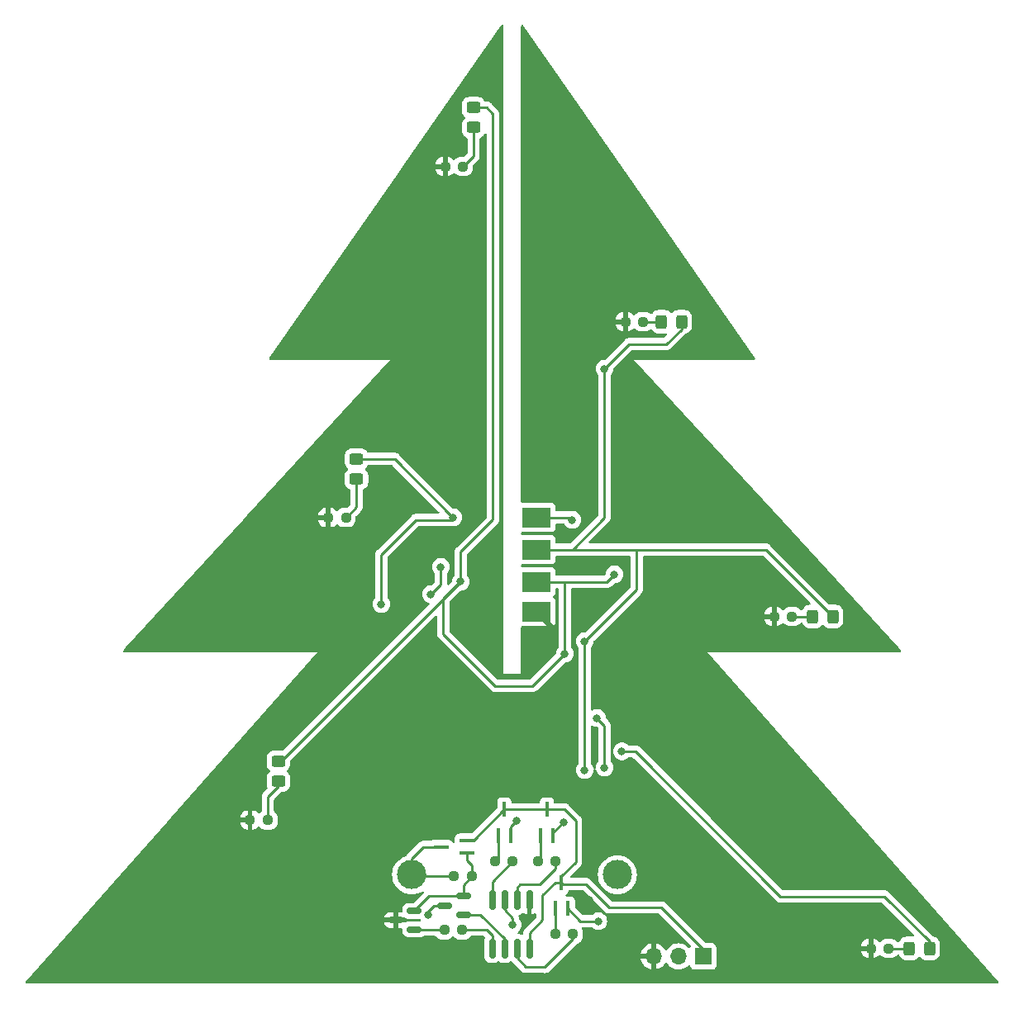
<source format=gbl>
%TF.GenerationSoftware,KiCad,Pcbnew,7.0.8*%
%TF.CreationDate,2024-03-10T12:53:15+01:00*%
%TF.ProjectId,PCB_Christmas_Tree,5043425f-4368-4726-9973-746d61735f54,rev?*%
%TF.SameCoordinates,Original*%
%TF.FileFunction,Copper,L2,Bot*%
%TF.FilePolarity,Positive*%
%FSLAX46Y46*%
G04 Gerber Fmt 4.6, Leading zero omitted, Abs format (unit mm)*
G04 Created by KiCad (PCBNEW 7.0.8) date 2024-03-10 12:53:15*
%MOMM*%
%LPD*%
G01*
G04 APERTURE LIST*
G04 Aperture macros list*
%AMRoundRect*
0 Rectangle with rounded corners*
0 $1 Rounding radius*
0 $2 $3 $4 $5 $6 $7 $8 $9 X,Y pos of 4 corners*
0 Add a 4 corners polygon primitive as box body*
4,1,4,$2,$3,$4,$5,$6,$7,$8,$9,$2,$3,0*
0 Add four circle primitives for the rounded corners*
1,1,$1+$1,$2,$3*
1,1,$1+$1,$4,$5*
1,1,$1+$1,$6,$7*
1,1,$1+$1,$8,$9*
0 Add four rect primitives between the rounded corners*
20,1,$1+$1,$2,$3,$4,$5,0*
20,1,$1+$1,$4,$5,$6,$7,0*
20,1,$1+$1,$6,$7,$8,$9,0*
20,1,$1+$1,$8,$9,$2,$3,0*%
G04 Aperture macros list end*
%TA.AperFunction,ComponentPad*%
%ADD10C,3.000000*%
%TD*%
%TA.AperFunction,SMDPad,CuDef*%
%ADD11RoundRect,0.237500X0.250000X0.237500X-0.250000X0.237500X-0.250000X-0.237500X0.250000X-0.237500X0*%
%TD*%
%TA.AperFunction,SMDPad,CuDef*%
%ADD12RoundRect,0.250000X-0.325000X-0.450000X0.325000X-0.450000X0.325000X0.450000X-0.325000X0.450000X0*%
%TD*%
%TA.AperFunction,SMDPad,CuDef*%
%ADD13RoundRect,0.237500X-0.250000X-0.237500X0.250000X-0.237500X0.250000X0.237500X-0.250000X0.237500X0*%
%TD*%
%TA.AperFunction,SMDPad,CuDef*%
%ADD14R,0.450000X1.500000*%
%TD*%
%TA.AperFunction,SMDPad,CuDef*%
%ADD15RoundRect,0.250000X0.450000X-0.325000X0.450000X0.325000X-0.450000X0.325000X-0.450000X-0.325000X0*%
%TD*%
%TA.AperFunction,SMDPad,CuDef*%
%ADD16R,1.500000X0.450000*%
%TD*%
%TA.AperFunction,SMDPad,CuDef*%
%ADD17RoundRect,0.150000X0.587500X0.150000X-0.587500X0.150000X-0.587500X-0.150000X0.587500X-0.150000X0*%
%TD*%
%TA.AperFunction,SMDPad,CuDef*%
%ADD18R,3.000000X2.000000*%
%TD*%
%TA.AperFunction,ComponentPad*%
%ADD19R,1.700000X1.700000*%
%TD*%
%TA.AperFunction,ComponentPad*%
%ADD20O,1.700000X1.700000*%
%TD*%
%TA.AperFunction,SMDPad,CuDef*%
%ADD21RoundRect,0.150000X0.150000X-0.825000X0.150000X0.825000X-0.150000X0.825000X-0.150000X-0.825000X0*%
%TD*%
%TA.AperFunction,ViaPad*%
%ADD22C,0.800000*%
%TD*%
%TA.AperFunction,Conductor*%
%ADD23C,0.250000*%
%TD*%
G04 APERTURE END LIST*
D10*
%TO.P,J2,1,Pin_1*%
%TO.N,+BATT*%
X85644000Y-130627000D03*
X106726000Y-130627000D03*
%TD*%
D11*
%TO.P,R14,1*%
%TO.N,Net-(D9-K)*%
X70912500Y-125000000D03*
%TO.P,R14,2*%
%TO.N,GND*%
X69087500Y-125000000D03*
%TD*%
D12*
%TO.P,D19,1,K*%
%TO.N,Net-(D19-K)*%
X126737000Y-104140000D03*
%TO.P,D19,2,A*%
%TO.N,/LED_Power_2*%
X128787000Y-104140000D03*
%TD*%
D11*
%TO.P,R11,1*%
%TO.N,Net-(D6-K)*%
X78912500Y-94000000D03*
%TO.P,R11,2*%
%TO.N,GND*%
X77087500Y-94000000D03*
%TD*%
D13*
%TO.P,R4,1*%
%TO.N,Net-(Q4-B)*%
X89000000Y-136271000D03*
%TO.P,R4,2*%
%TO.N,/Power_sustain*%
X90825000Y-136271000D03*
%TD*%
D14*
%TO.P,Q5,1,D*%
%TO.N,/LED_Power_2*%
X100150000Y-126601000D03*
%TO.P,Q5,2,G*%
%TO.N,Net-(Q5-G)*%
X98850000Y-126601000D03*
%TO.P,Q5,3,S*%
%TO.N,VDD*%
X99500000Y-123941000D03*
%TD*%
D11*
%TO.P,R3,1*%
%TO.N,/LED_Set_1*%
X95986500Y-129271000D03*
%TO.P,R3,2*%
%TO.N,Net-(Q3-G)*%
X94161500Y-129271000D03*
%TD*%
D15*
%TO.P,D6,1,K*%
%TO.N,Net-(D6-K)*%
X80000000Y-90025000D03*
%TO.P,D6,2,A*%
%TO.N,/LED_Power_1*%
X80000000Y-87975000D03*
%TD*%
D16*
%TO.P,Q1,1,D*%
%TO.N,VDD*%
X91330000Y-127121000D03*
%TO.P,Q1,2,G*%
%TO.N,Net-(Q1-G)*%
X91330000Y-128421000D03*
%TO.P,Q1,3,S*%
%TO.N,+BATT*%
X88670000Y-127771000D03*
%TD*%
D17*
%TO.P,Q4,1,C*%
%TO.N,Net-(Q1-G)*%
X85937500Y-134321000D03*
%TO.P,Q4,2,B*%
%TO.N,Net-(Q4-B)*%
X85937500Y-136221000D03*
%TO.P,Q4,3,E*%
%TO.N,GND*%
X84062500Y-135271000D03*
%TD*%
D13*
%TO.P,R1,1*%
%TO.N,+BATT*%
X90000000Y-130771000D03*
%TO.P,R1,2*%
%TO.N,Net-(Q1-G)*%
X91825000Y-130771000D03*
%TD*%
D11*
%TO.P,R24,1*%
%TO.N,Net-(D19-K)*%
X124610500Y-104140000D03*
%TO.P,R24,2*%
%TO.N,GND*%
X122785500Y-104140000D03*
%TD*%
D17*
%TO.P,D1,1,A*%
%TO.N,Net-(Q1-G)*%
X90937500Y-132821000D03*
%TO.P,D1,2,A*%
%TO.N,/Switch_in*%
X90937500Y-134721000D03*
%TO.P,D1,3,K*%
%TO.N,Net-(D1-K)*%
X89062500Y-133771000D03*
%TD*%
D11*
%TO.P,R12,1*%
%TO.N,Net-(D7-K)*%
X90912500Y-58000000D03*
%TO.P,R12,2*%
%TO.N,GND*%
X89087500Y-58000000D03*
%TD*%
D18*
%TO.P,J5,1,Pin_1*%
%TO.N,/LED_Power_1*%
X98400000Y-93974000D03*
%TO.P,J5,2,Pin_2*%
%TO.N,/LED_Power_2*%
X98400000Y-97276000D03*
%TO.P,J5,3,Pin_3*%
%TO.N,/LED_Power_3*%
X98400000Y-100578000D03*
%TO.P,J5,4,Pin_4*%
%TO.N,GND*%
X98400000Y-103626000D03*
%TD*%
D15*
%TO.P,D9,1,K*%
%TO.N,Net-(D9-K)*%
X72000000Y-121025000D03*
%TO.P,D9,2,A*%
%TO.N,/LED_Power_3*%
X72000000Y-118975000D03*
%TD*%
D19*
%TO.P,J1,1,Pin_1*%
%TO.N,VDD*%
X115525000Y-139000000D03*
D20*
%TO.P,J1,2,Pin_2*%
%TO.N,/UDPI*%
X112985000Y-139000000D03*
%TO.P,J1,3,Pin_3*%
%TO.N,GND*%
X110445000Y-139000000D03*
%TD*%
D15*
%TO.P,D7,1,K*%
%TO.N,Net-(D7-K)*%
X92000000Y-54000000D03*
%TO.P,D7,2,A*%
%TO.N,/LED_Power_3*%
X92000000Y-51950000D03*
%TD*%
D14*
%TO.P,Q2,1,D*%
%TO.N,/LED_Power_3*%
X101650000Y-134101000D03*
%TO.P,Q2,2,G*%
%TO.N,Net-(Q2-G)*%
X100350000Y-134101000D03*
%TO.P,Q2,3,S*%
%TO.N,VDD*%
X101000000Y-131441000D03*
%TD*%
D12*
%TO.P,D8,1,K*%
%TO.N,Net-(D8-K)*%
X136643000Y-138176000D03*
%TO.P,D8,2,A*%
%TO.N,/LED_Power_1*%
X138693000Y-138176000D03*
%TD*%
D11*
%TO.P,R2,1*%
%TO.N,/LED_Set_3*%
X102166500Y-136727000D03*
%TO.P,R2,2*%
%TO.N,Net-(Q2-G)*%
X100341500Y-136727000D03*
%TD*%
%TO.P,R13,1*%
%TO.N,Net-(D8-K)*%
X134516500Y-138176000D03*
%TO.P,R13,2*%
%TO.N,GND*%
X132691500Y-138176000D03*
%TD*%
%TO.P,R30,1*%
%TO.N,Net-(D25-K)*%
X109361500Y-73914000D03*
%TO.P,R30,2*%
%TO.N,GND*%
X107536500Y-73914000D03*
%TD*%
D12*
%TO.P,D25,1,K*%
%TO.N,Net-(D25-K)*%
X111243000Y-73914000D03*
%TO.P,D25,2,A*%
%TO.N,/LED_Power_2*%
X113293000Y-73914000D03*
%TD*%
D14*
%TO.P,Q3,1,D*%
%TO.N,/LED_Power_1*%
X95800000Y-126601000D03*
%TO.P,Q3,2,G*%
%TO.N,Net-(Q3-G)*%
X94500000Y-126601000D03*
%TO.P,Q3,3,S*%
%TO.N,VDD*%
X95150000Y-123941000D03*
%TD*%
D21*
%TO.P,U1,1,VCC*%
%TO.N,VDD*%
X97709000Y-138182000D03*
%TO.P,U1,2,PA6*%
%TO.N,/LED_Set_3*%
X96439000Y-138182000D03*
%TO.P,U1,3,PA7*%
%TO.N,/Switch_in*%
X95169000Y-138182000D03*
%TO.P,U1,4,PA1*%
%TO.N,/Power_sustain*%
X93899000Y-138182000D03*
%TO.P,U1,5,PA2*%
%TO.N,/LED_Set_1*%
X93899000Y-133232000D03*
%TO.P,U1,6,~{RESET}/PA0*%
%TO.N,/UDPI*%
X95169000Y-133232000D03*
%TO.P,U1,7,PA3*%
%TO.N,/LED_Set_2*%
X96439000Y-133232000D03*
%TO.P,U1,8,GND*%
%TO.N,GND*%
X97709000Y-133232000D03*
%TD*%
D11*
%TO.P,R5,1*%
%TO.N,/LED_Set_2*%
X100412500Y-129271000D03*
%TO.P,R5,2*%
%TO.N,Net-(Q5-G)*%
X98587500Y-129271000D03*
%TD*%
D22*
%TO.N,Net-(D1-K)*%
X87376000Y-134750000D03*
%TO.N,/LED_Power_1*%
X89916000Y-93980000D03*
X82550000Y-102870000D03*
X96393000Y-125095000D03*
X107188000Y-117975000D03*
X102108000Y-94234000D03*
%TO.N,/LED_Power_3*%
X105410000Y-119634000D03*
X106426000Y-99822000D03*
X104775000Y-135382000D03*
X104648000Y-114554000D03*
X101346000Y-107950000D03*
X90678000Y-100572000D03*
%TO.N,/LED_Power_2*%
X87630000Y-101854000D03*
X101219000Y-125222000D03*
X105410000Y-78740000D03*
X88646000Y-99060000D03*
X103378000Y-119888000D03*
X103378000Y-106680000D03*
%TO.N,GND*%
X72005000Y-104196000D03*
X85852000Y-74422000D03*
X83439000Y-140335000D03*
X88646000Y-139827000D03*
X98298000Y-105918000D03*
X123952000Y-126492000D03*
X60071000Y-138811000D03*
X90424000Y-90932000D03*
X103886000Y-133223000D03*
X115443000Y-136017000D03*
X100838000Y-95758000D03*
X94420000Y-108030000D03*
X104267000Y-61087000D03*
X92964000Y-106680000D03*
X121158000Y-105283000D03*
X90424000Y-95758000D03*
X109728000Y-135890000D03*
X76962000Y-136652000D03*
X104902000Y-102108000D03*
X86868000Y-108458000D03*
X104902000Y-99314000D03*
X103886000Y-139700000D03*
X70358000Y-139446000D03*
X88646000Y-123825000D03*
X119634000Y-139700000D03*
X98552000Y-121412000D03*
X130365000Y-138436000D03*
X74676000Y-94107000D03*
X100584000Y-90932000D03*
X103124000Y-104394000D03*
X67056000Y-127127000D03*
X97536000Y-135128000D03*
X106172000Y-126238000D03*
X85344000Y-103632000D03*
X101092000Y-98806000D03*
X86741000Y-61468000D03*
%TO.N,/UDPI*%
X96012000Y-135763000D03*
%TD*%
D23*
%TO.N,Net-(Q1-G)*%
X90937500Y-131658500D02*
X91825000Y-130771000D01*
X91825000Y-129671000D02*
X91825000Y-130771000D01*
X85937500Y-134321000D02*
X87437500Y-132821000D01*
X91330000Y-128421000D02*
X91330000Y-129142000D01*
X90937500Y-132821000D02*
X90937500Y-131658500D01*
X91313000Y-129159000D02*
X91825000Y-129671000D01*
X91330000Y-129142000D02*
X91313000Y-129159000D01*
X87437500Y-132821000D02*
X90937500Y-132821000D01*
%TO.N,/Switch_in*%
X95169000Y-137207000D02*
X92683000Y-134721000D01*
X92683000Y-134721000D02*
X90937500Y-134721000D01*
X95169000Y-138182000D02*
X95169000Y-137207000D01*
%TO.N,Net-(D1-K)*%
X87376000Y-134366000D02*
X87376000Y-134750000D01*
X87971000Y-133771000D02*
X87376000Y-134366000D01*
X89062500Y-133771000D02*
X87971000Y-133771000D01*
%TO.N,/LED_Power_1*%
X80000000Y-87975000D02*
X83911000Y-87975000D01*
X138693000Y-137476000D02*
X134059000Y-132842000D01*
X123444000Y-132842000D02*
X108577000Y-117975000D01*
X86106000Y-94234000D02*
X89662000Y-94234000D01*
X82550000Y-97790000D02*
X86106000Y-94234000D01*
X108577000Y-117975000D02*
X107188000Y-117975000D01*
X82550000Y-102870000D02*
X82550000Y-97790000D01*
X101848000Y-93974000D02*
X102108000Y-94234000D01*
X95800000Y-125688000D02*
X96393000Y-125095000D01*
X89662000Y-94234000D02*
X89916000Y-93980000D01*
X83911000Y-87975000D02*
X89916000Y-93980000D01*
X134059000Y-132842000D02*
X123444000Y-132842000D01*
X138693000Y-138176000D02*
X138693000Y-137476000D01*
X98400000Y-93974000D02*
X101848000Y-93974000D01*
X95800000Y-126601000D02*
X95800000Y-125688000D01*
%TO.N,/LED_Power_3*%
X105664000Y-100584000D02*
X105410000Y-100584000D01*
X93980000Y-94222000D02*
X93980000Y-52578000D01*
X72287000Y-118975000D02*
X72000000Y-118975000D01*
X90678000Y-97524000D02*
X93980000Y-94222000D01*
X98044000Y-111252000D02*
X101346000Y-107950000D01*
X105404000Y-100578000D02*
X101346000Y-100578000D01*
X102931000Y-135382000D02*
X104775000Y-135382000D01*
X90678000Y-100572000D02*
X90678000Y-97524000D01*
X106426000Y-99822000D02*
X105664000Y-100584000D01*
X105410000Y-100584000D02*
X105404000Y-100578000D01*
X94234000Y-111252000D02*
X98044000Y-111252000D01*
X88900000Y-105918000D02*
X94234000Y-111252000D01*
X88900000Y-102350000D02*
X88900000Y-105918000D01*
X101346000Y-100578000D02*
X101346000Y-107950000D01*
X90678000Y-100572000D02*
X90678000Y-100584000D01*
X105410000Y-115316000D02*
X104648000Y-114554000D01*
X105410000Y-119634000D02*
X105410000Y-115316000D01*
X101346000Y-100578000D02*
X98400000Y-100578000D01*
X93980000Y-52578000D02*
X93352000Y-51950000D01*
X90678000Y-100584000D02*
X72287000Y-118975000D01*
X90678000Y-100572000D02*
X88900000Y-102350000D01*
X93352000Y-51950000D02*
X92000000Y-51950000D01*
X101650000Y-134101000D02*
X102931000Y-135382000D01*
%TO.N,Net-(D6-K)*%
X80000000Y-90025000D02*
X80000000Y-92912500D01*
X80000000Y-92912500D02*
X78912500Y-94000000D01*
%TO.N,Net-(D7-K)*%
X92000000Y-56912500D02*
X90912500Y-58000000D01*
X92000000Y-54000000D02*
X92000000Y-56912500D01*
%TO.N,Net-(D8-K)*%
X136643000Y-138176000D02*
X134516500Y-138176000D01*
%TO.N,Net-(D9-K)*%
X72009000Y-121539000D02*
X70912500Y-122635500D01*
X72000000Y-121530000D02*
X72009000Y-121539000D01*
X70912500Y-122635500D02*
X70912500Y-125000000D01*
X72000000Y-121025000D02*
X72000000Y-121530000D01*
%TO.N,/LED_Power_2*%
X105410000Y-93980000D02*
X102114000Y-97276000D01*
X100150000Y-126291000D02*
X101219000Y-125222000D01*
X113293000Y-74667000D02*
X111760000Y-76200000D01*
X105410000Y-78740000D02*
X105410000Y-93980000D01*
X121923000Y-97276000D02*
X108712000Y-97276000D01*
X103378000Y-106680000D02*
X108712000Y-101346000D01*
X108712000Y-97276000D02*
X102114000Y-97276000D01*
X100150000Y-126601000D02*
X100150000Y-126291000D01*
X111760000Y-76200000D02*
X107950000Y-76200000D01*
X108712000Y-101346000D02*
X108712000Y-97276000D01*
X128787000Y-104140000D02*
X121923000Y-97276000D01*
X107950000Y-76200000D02*
X105410000Y-78740000D01*
X102114000Y-97276000D02*
X98400000Y-97276000D01*
X88646000Y-99060000D02*
X88646000Y-100838000D01*
X113293000Y-73914000D02*
X113293000Y-74667000D01*
X88646000Y-100838000D02*
X87630000Y-101854000D01*
X103378000Y-119888000D02*
X103378000Y-106680000D01*
%TO.N,VDD*%
X99500000Y-123941000D02*
X101335000Y-123941000D01*
X103505000Y-131572000D02*
X101131000Y-131572000D01*
X102489000Y-125095000D02*
X102489000Y-129286000D01*
X111252000Y-133985000D02*
X105918000Y-133985000D01*
X100334000Y-131441000D02*
X99060000Y-132715000D01*
X101131000Y-131572000D02*
X101000000Y-131441000D01*
X102489000Y-129286000D02*
X101000000Y-130775000D01*
X97709000Y-136606000D02*
X97709000Y-138182000D01*
X99500000Y-123941000D02*
X95150000Y-123941000D01*
X95150000Y-123941000D02*
X91970000Y-127121000D01*
X101335000Y-123941000D02*
X102489000Y-125095000D01*
X101000000Y-130775000D02*
X101000000Y-131441000D01*
X105918000Y-133985000D02*
X103505000Y-131572000D01*
X99060000Y-132715000D02*
X99060000Y-135255000D01*
X115525000Y-139000000D02*
X115525000Y-138258000D01*
X91970000Y-127121000D02*
X91330000Y-127121000D01*
X99060000Y-135255000D02*
X97709000Y-136606000D01*
X115525000Y-138258000D02*
X111252000Y-133985000D01*
X101000000Y-131441000D02*
X100334000Y-131441000D01*
%TO.N,+BATT*%
X90000000Y-130771000D02*
X85788000Y-130771000D01*
X85644000Y-128986000D02*
X85644000Y-130627000D01*
X88670000Y-127771000D02*
X86859000Y-127771000D01*
X85788000Y-130771000D02*
X85644000Y-130627000D01*
X86859000Y-127771000D02*
X85644000Y-128986000D01*
%TO.N,Net-(Q2-G)*%
X100341500Y-134109500D02*
X100350000Y-134101000D01*
X100341500Y-136727000D02*
X100341500Y-134109500D01*
%TO.N,Net-(Q3-G)*%
X94500000Y-128932500D02*
X94161500Y-129271000D01*
X94500000Y-126601000D02*
X94500000Y-128932500D01*
%TO.N,Net-(Q4-B)*%
X85979000Y-136144000D02*
X86106000Y-136271000D01*
X86106000Y-136271000D02*
X89000000Y-136271000D01*
X85937500Y-136221000D02*
X85937500Y-136185500D01*
X85937500Y-136185500D02*
X85979000Y-136144000D01*
%TO.N,Net-(Q5-G)*%
X98850000Y-129008500D02*
X98587500Y-129271000D01*
X98850000Y-126601000D02*
X98850000Y-129008500D01*
%TO.N,/LED_Set_3*%
X96439000Y-139157000D02*
X97363000Y-140081000D01*
X102166500Y-137228500D02*
X102166500Y-136727000D01*
X99314000Y-140081000D02*
X102166500Y-137228500D01*
X97363000Y-140081000D02*
X99314000Y-140081000D01*
X96439000Y-138182000D02*
X96439000Y-139157000D01*
%TO.N,/LED_Set_1*%
X93899000Y-133232000D02*
X93899000Y-131358500D01*
X93899000Y-131358500D02*
X95986500Y-129271000D01*
%TO.N,/Power_sustain*%
X90825000Y-136271000D02*
X93345000Y-136271000D01*
X93899000Y-136825000D02*
X93899000Y-138182000D01*
X93345000Y-136271000D02*
X93899000Y-136825000D01*
%TO.N,/LED_Set_2*%
X96439000Y-131907000D02*
X96774000Y-131572000D01*
X100412500Y-129965500D02*
X100412500Y-129271000D01*
X96439000Y-133232000D02*
X96439000Y-131907000D01*
X98806000Y-131572000D02*
X100412500Y-129965500D01*
X96774000Y-131572000D02*
X98806000Y-131572000D01*
%TO.N,Net-(D19-K)*%
X126737000Y-104140000D02*
X124610500Y-104140000D01*
%TO.N,Net-(D25-K)*%
X111243000Y-73914000D02*
X109361500Y-73914000D01*
%TO.N,/UDPI*%
X96012000Y-135050000D02*
X96012000Y-135763000D01*
X95169000Y-133232000D02*
X95169000Y-134207000D01*
X95169000Y-134207000D02*
X96012000Y-135050000D01*
%TD*%
%TA.AperFunction,Conductor*%
%TO.N,GND*%
G36*
X97902039Y-133001685D02*
G01*
X97947794Y-133054489D01*
X97959000Y-133106000D01*
X97959000Y-134704295D01*
X97959001Y-134704295D01*
X97961486Y-134704100D01*
X98119198Y-134658281D01*
X98247379Y-134582476D01*
X98315103Y-134565293D01*
X98381366Y-134587453D01*
X98425129Y-134641919D01*
X98434500Y-134689208D01*
X98434500Y-134944546D01*
X98414815Y-135011585D01*
X98398181Y-135032227D01*
X97325208Y-136105199D01*
X97312951Y-136115020D01*
X97313134Y-136115241D01*
X97307123Y-136120213D01*
X97259772Y-136170636D01*
X97238889Y-136191519D01*
X97238877Y-136191532D01*
X97234621Y-136197017D01*
X97230837Y-136201447D01*
X97198937Y-136235418D01*
X97198936Y-136235420D01*
X97189284Y-136252976D01*
X97178610Y-136269226D01*
X97166329Y-136285061D01*
X97166324Y-136285068D01*
X97147815Y-136327838D01*
X97145245Y-136333084D01*
X97122803Y-136373906D01*
X97117822Y-136393307D01*
X97111521Y-136411710D01*
X97103562Y-136430102D01*
X97103561Y-136430105D01*
X97096271Y-136476127D01*
X97095087Y-136481846D01*
X97083501Y-136526972D01*
X97083500Y-136526982D01*
X97083500Y-136547016D01*
X97081973Y-136566415D01*
X97078840Y-136586194D01*
X97078840Y-136586195D01*
X97083225Y-136632583D01*
X97083500Y-136638421D01*
X97083500Y-136676308D01*
X97063815Y-136743347D01*
X97011011Y-136789102D01*
X96941853Y-136799046D01*
X96896380Y-136783041D01*
X96863877Y-136763819D01*
X96849398Y-136755256D01*
X96849396Y-136755255D01*
X96849394Y-136755254D01*
X96691573Y-136709402D01*
X96691567Y-136709401D01*
X96654696Y-136706500D01*
X96654694Y-136706500D01*
X96627038Y-136706500D01*
X96559999Y-136686815D01*
X96514244Y-136634011D01*
X96504300Y-136564853D01*
X96533325Y-136501297D01*
X96554153Y-136482182D01*
X96574873Y-136467127D01*
X96617871Y-136435888D01*
X96744533Y-136295216D01*
X96839179Y-136131284D01*
X96897674Y-135951256D01*
X96917460Y-135763000D01*
X96897674Y-135574744D01*
X96839179Y-135394716D01*
X96744533Y-135230784D01*
X96739782Y-135225507D01*
X96670199Y-135148227D01*
X96639969Y-135085235D01*
X96638410Y-135069150D01*
X96637500Y-135040185D01*
X96637500Y-135010654D01*
X96637500Y-135010650D01*
X96636631Y-135003772D01*
X96636172Y-134997943D01*
X96634709Y-134951372D01*
X96629122Y-134932144D01*
X96625174Y-134913084D01*
X96622663Y-134893204D01*
X96612966Y-134868713D01*
X96606589Y-134799135D01*
X96638841Y-134737155D01*
X96693659Y-134703990D01*
X96849398Y-134658744D01*
X96990865Y-134575081D01*
X96990868Y-134575077D01*
X96997026Y-134570301D01*
X96998839Y-134572638D01*
X97047949Y-134545798D01*
X97117643Y-134550756D01*
X97149996Y-134571551D01*
X97151278Y-134569900D01*
X97157447Y-134574685D01*
X97298801Y-134658281D01*
X97456514Y-134704100D01*
X97456511Y-134704100D01*
X97458998Y-134704295D01*
X97459000Y-134704295D01*
X97459000Y-133106000D01*
X97478685Y-133038961D01*
X97531489Y-132993206D01*
X97583000Y-132982000D01*
X97835000Y-132982000D01*
X97902039Y-133001685D01*
G37*
%TD.AperFunction*%
%TA.AperFunction,Conductor*%
G36*
X97055703Y-43502857D02*
G01*
X97076247Y-43525695D01*
X107837179Y-58974999D01*
X120813308Y-77604628D01*
X120835472Y-77670889D01*
X120818294Y-77738614D01*
X120767228Y-77786301D01*
X120711558Y-77799500D01*
X108450952Y-77799500D01*
X108450006Y-77799458D01*
X108449902Y-77799500D01*
X108449901Y-77799500D01*
X108449821Y-77799532D01*
X108449634Y-77799601D01*
X108449633Y-77799601D01*
X108449621Y-77799606D01*
X108449545Y-77799791D01*
X108449453Y-77799987D01*
X108449538Y-77800193D01*
X108449603Y-77800370D01*
X108450298Y-77801065D01*
X123619228Y-94348988D01*
X135519485Y-107331087D01*
X135758390Y-107591710D01*
X135789180Y-107654430D01*
X135781173Y-107723839D01*
X135736911Y-107777901D01*
X135670448Y-107799452D01*
X135666983Y-107799500D01*
X115952648Y-107799500D01*
X115950022Y-107799416D01*
X115949585Y-107799580D01*
X115949407Y-107799973D01*
X115949567Y-107800392D01*
X115951370Y-107802309D01*
X145767090Y-141593459D01*
X145796684Y-141656751D01*
X145787362Y-141725996D01*
X145742084Y-141779209D01*
X145675224Y-141799495D01*
X145674110Y-141799500D01*
X46225889Y-141799500D01*
X46158850Y-141779815D01*
X46113095Y-141727011D01*
X46103151Y-141657853D01*
X46132176Y-141594297D01*
X46132909Y-141593459D01*
X49486738Y-137792452D01*
X51490959Y-135521001D01*
X82827704Y-135521001D01*
X82827899Y-135523486D01*
X82873718Y-135681198D01*
X82957314Y-135822552D01*
X82957321Y-135822561D01*
X83073438Y-135938678D01*
X83073447Y-135938685D01*
X83214803Y-136022282D01*
X83214806Y-136022283D01*
X83372504Y-136068099D01*
X83372510Y-136068100D01*
X83409356Y-136071000D01*
X83812500Y-136071000D01*
X83812500Y-135521000D01*
X82827705Y-135521000D01*
X82827704Y-135521001D01*
X51490959Y-135521001D01*
X51932138Y-135020998D01*
X82827704Y-135020998D01*
X82827705Y-135021000D01*
X83812500Y-135021000D01*
X83812500Y-134471000D01*
X83409356Y-134471000D01*
X83372510Y-134473899D01*
X83372504Y-134473900D01*
X83214806Y-134519716D01*
X83214803Y-134519717D01*
X83073447Y-134603314D01*
X83073438Y-134603321D01*
X82957321Y-134719438D01*
X82957314Y-134719447D01*
X82873718Y-134860801D01*
X82827899Y-135018513D01*
X82827704Y-135020998D01*
X51932138Y-135020998D01*
X55809194Y-130627001D01*
X83638390Y-130627001D01*
X83658804Y-130912433D01*
X83719628Y-131192037D01*
X83719630Y-131192043D01*
X83719631Y-131192046D01*
X83805107Y-131421215D01*
X83819635Y-131460166D01*
X83956770Y-131711309D01*
X83956775Y-131711317D01*
X84128254Y-131940387D01*
X84128270Y-131940405D01*
X84330594Y-132142729D01*
X84330612Y-132142745D01*
X84559682Y-132314224D01*
X84559690Y-132314229D01*
X84810833Y-132451364D01*
X84810832Y-132451364D01*
X84810836Y-132451365D01*
X84810839Y-132451367D01*
X85078954Y-132551369D01*
X85078960Y-132551370D01*
X85078962Y-132551371D01*
X85358566Y-132612195D01*
X85358568Y-132612195D01*
X85358572Y-132612196D01*
X85612220Y-132630337D01*
X85643999Y-132632610D01*
X85644000Y-132632610D01*
X85644001Y-132632610D01*
X85672595Y-132630564D01*
X85929428Y-132612196D01*
X86130609Y-132568432D01*
X86209037Y-132551371D01*
X86209037Y-132551370D01*
X86209046Y-132551369D01*
X86477161Y-132451367D01*
X86701321Y-132328965D01*
X86769592Y-132314114D01*
X86835057Y-132338531D01*
X86876929Y-132394464D01*
X86881913Y-132464155D01*
X86848429Y-132525479D01*
X86848428Y-132525479D01*
X85889728Y-133484181D01*
X85828405Y-133517666D01*
X85802047Y-133520500D01*
X85284304Y-133520500D01*
X85247432Y-133523401D01*
X85247426Y-133523402D01*
X85089606Y-133569254D01*
X85089603Y-133569255D01*
X84948137Y-133652917D01*
X84948129Y-133652923D01*
X84831923Y-133769129D01*
X84831917Y-133769137D01*
X84748255Y-133910603D01*
X84748254Y-133910606D01*
X84702402Y-134068426D01*
X84702401Y-134068432D01*
X84699500Y-134105304D01*
X84699500Y-134347000D01*
X84679815Y-134414039D01*
X84627011Y-134459794D01*
X84575500Y-134471000D01*
X84312500Y-134471000D01*
X84312500Y-135021000D01*
X84968185Y-135021000D01*
X85031306Y-135038268D01*
X85089602Y-135072744D01*
X85131224Y-135084836D01*
X85247426Y-135118597D01*
X85247429Y-135118597D01*
X85247431Y-135118598D01*
X85259722Y-135119565D01*
X85284304Y-135121500D01*
X85284306Y-135121500D01*
X86479086Y-135121500D01*
X86546125Y-135141185D01*
X86586473Y-135183500D01*
X86615918Y-135234500D01*
X86632391Y-135302400D01*
X86609539Y-135368427D01*
X86554617Y-135411618D01*
X86508531Y-135420500D01*
X85284304Y-135420500D01*
X85247432Y-135423401D01*
X85247426Y-135423402D01*
X85089606Y-135469254D01*
X85089603Y-135469255D01*
X85031306Y-135503732D01*
X84968185Y-135521000D01*
X84312500Y-135521000D01*
X84312500Y-136071000D01*
X84575500Y-136071000D01*
X84642539Y-136090685D01*
X84688294Y-136143489D01*
X84699500Y-136195000D01*
X84699500Y-136436696D01*
X84702401Y-136473567D01*
X84702402Y-136473573D01*
X84748254Y-136631393D01*
X84748255Y-136631396D01*
X84748256Y-136631398D01*
X84767241Y-136663500D01*
X84831917Y-136772862D01*
X84831923Y-136772870D01*
X84948129Y-136889076D01*
X84948133Y-136889079D01*
X84948135Y-136889081D01*
X85089602Y-136972744D01*
X85099092Y-136975501D01*
X85247426Y-137018597D01*
X85247429Y-137018597D01*
X85247431Y-137018598D01*
X85259722Y-137019565D01*
X85284304Y-137021500D01*
X85284306Y-137021500D01*
X86590696Y-137021500D01*
X86609131Y-137020049D01*
X86627569Y-137018598D01*
X86627571Y-137018597D01*
X86627573Y-137018597D01*
X86682221Y-137002720D01*
X86785398Y-136972744D01*
X86885121Y-136913767D01*
X86948242Y-136896500D01*
X88053019Y-136896500D01*
X88120058Y-136916185D01*
X88158558Y-136955404D01*
X88167160Y-136969350D01*
X88289150Y-137091340D01*
X88435984Y-137181908D01*
X88599747Y-137236174D01*
X88700823Y-137246500D01*
X89299176Y-137246499D01*
X89299184Y-137246498D01*
X89299187Y-137246498D01*
X89354530Y-137240844D01*
X89400253Y-137236174D01*
X89564016Y-137181908D01*
X89710850Y-137091340D01*
X89824819Y-136977371D01*
X89886142Y-136943886D01*
X89955834Y-136948870D01*
X90000181Y-136977371D01*
X90114150Y-137091340D01*
X90260984Y-137181908D01*
X90424747Y-137236174D01*
X90525823Y-137246500D01*
X91124176Y-137246499D01*
X91124184Y-137246498D01*
X91124187Y-137246498D01*
X91179530Y-137240844D01*
X91225253Y-137236174D01*
X91389016Y-137181908D01*
X91535850Y-137091340D01*
X91657840Y-136969350D01*
X91666442Y-136955404D01*
X91718390Y-136908679D01*
X91771981Y-136896500D01*
X93034548Y-136896500D01*
X93101587Y-136916185D01*
X93122229Y-136932819D01*
X93130807Y-136941397D01*
X93164292Y-137002720D01*
X93159308Y-137072412D01*
X93149865Y-137092187D01*
X93147260Y-137096591D01*
X93147254Y-137096607D01*
X93101402Y-137254426D01*
X93101401Y-137254432D01*
X93098500Y-137291304D01*
X93098500Y-139072696D01*
X93101401Y-139109567D01*
X93101402Y-139109573D01*
X93147254Y-139267393D01*
X93147255Y-139267396D01*
X93230917Y-139408862D01*
X93230923Y-139408870D01*
X93347129Y-139525076D01*
X93347133Y-139525079D01*
X93347135Y-139525081D01*
X93488602Y-139608744D01*
X93521452Y-139618288D01*
X93646426Y-139654597D01*
X93646429Y-139654597D01*
X93646431Y-139654598D01*
X93658722Y-139655565D01*
X93683304Y-139657500D01*
X93683306Y-139657500D01*
X94114696Y-139657500D01*
X94133131Y-139656049D01*
X94151569Y-139654598D01*
X94151571Y-139654597D01*
X94151573Y-139654597D01*
X94220443Y-139634588D01*
X94309398Y-139608744D01*
X94450865Y-139525081D01*
X94450870Y-139525075D01*
X94457031Y-139520298D01*
X94458933Y-139522750D01*
X94507579Y-139496155D01*
X94577274Y-139501104D01*
X94609695Y-139521940D01*
X94610969Y-139520298D01*
X94617132Y-139525078D01*
X94617135Y-139525081D01*
X94758602Y-139608744D01*
X94791452Y-139618288D01*
X94916426Y-139654597D01*
X94916429Y-139654597D01*
X94916431Y-139654598D01*
X94928722Y-139655565D01*
X94953304Y-139657500D01*
X94953306Y-139657500D01*
X95384696Y-139657500D01*
X95403131Y-139656049D01*
X95421569Y-139654598D01*
X95421571Y-139654597D01*
X95421573Y-139654597D01*
X95490443Y-139634588D01*
X95579398Y-139608744D01*
X95720865Y-139525081D01*
X95720870Y-139525075D01*
X95727031Y-139520298D01*
X95728933Y-139522750D01*
X95777579Y-139496155D01*
X95847274Y-139501104D01*
X95879695Y-139521940D01*
X95880969Y-139520298D01*
X95887129Y-139525075D01*
X95887135Y-139525081D01*
X95933882Y-139552727D01*
X95945916Y-139559844D01*
X95972687Y-139584195D01*
X95974066Y-139582901D01*
X95979405Y-139588587D01*
X96015309Y-139618288D01*
X96019621Y-139622211D01*
X96670838Y-140273429D01*
X96862197Y-140464788D01*
X96872022Y-140477051D01*
X96872243Y-140476869D01*
X96877214Y-140482878D01*
X96898043Y-140502437D01*
X96927635Y-140530226D01*
X96948529Y-140551120D01*
X96954011Y-140555373D01*
X96958443Y-140559157D01*
X96992418Y-140591062D01*
X97009976Y-140600714D01*
X97026235Y-140611395D01*
X97042064Y-140623673D01*
X97084838Y-140642182D01*
X97090056Y-140644738D01*
X97130908Y-140667197D01*
X97150316Y-140672180D01*
X97168717Y-140678480D01*
X97187104Y-140686437D01*
X97230488Y-140693308D01*
X97233119Y-140693725D01*
X97238839Y-140694909D01*
X97283981Y-140706500D01*
X97304016Y-140706500D01*
X97323414Y-140708026D01*
X97343194Y-140711159D01*
X97343195Y-140711160D01*
X97343195Y-140711159D01*
X97343196Y-140711160D01*
X97389584Y-140706775D01*
X97395422Y-140706500D01*
X99231257Y-140706500D01*
X99246877Y-140708224D01*
X99246904Y-140707939D01*
X99254660Y-140708671D01*
X99254667Y-140708673D01*
X99323814Y-140706500D01*
X99353350Y-140706500D01*
X99360228Y-140705630D01*
X99366041Y-140705172D01*
X99412627Y-140703709D01*
X99431869Y-140698117D01*
X99450912Y-140694174D01*
X99470792Y-140691664D01*
X99514122Y-140674507D01*
X99519646Y-140672617D01*
X99523396Y-140671527D01*
X99564390Y-140659618D01*
X99581629Y-140649422D01*
X99599103Y-140640862D01*
X99617727Y-140633488D01*
X99617727Y-140633487D01*
X99617732Y-140633486D01*
X99655449Y-140606082D01*
X99660305Y-140602892D01*
X99700420Y-140579170D01*
X99714589Y-140564999D01*
X99729379Y-140552368D01*
X99745587Y-140540594D01*
X99775299Y-140504676D01*
X99779212Y-140500376D01*
X102550288Y-137729301D01*
X102562542Y-137719486D01*
X102562359Y-137719264D01*
X102568368Y-137714291D01*
X102568377Y-137714286D01*
X102577725Y-137704330D01*
X102629111Y-137671509D01*
X102730516Y-137637908D01*
X102877350Y-137547340D01*
X102999340Y-137425350D01*
X103089908Y-137278516D01*
X103144174Y-137114753D01*
X103154500Y-137013677D01*
X103154499Y-136440324D01*
X103154128Y-136436696D01*
X103144174Y-136339247D01*
X103129583Y-136295214D01*
X103089908Y-136175484D01*
X103089905Y-136175480D01*
X103088257Y-136170505D01*
X103085855Y-136100676D01*
X103121586Y-136040634D01*
X103184107Y-136009441D01*
X103205963Y-136007500D01*
X104071252Y-136007500D01*
X104138291Y-136027185D01*
X104163400Y-136048526D01*
X104169126Y-136054885D01*
X104169130Y-136054889D01*
X104322265Y-136166148D01*
X104322270Y-136166151D01*
X104495192Y-136243142D01*
X104495197Y-136243144D01*
X104680354Y-136282500D01*
X104680355Y-136282500D01*
X104869644Y-136282500D01*
X104869646Y-136282500D01*
X105054803Y-136243144D01*
X105227730Y-136166151D01*
X105380871Y-136054888D01*
X105507533Y-135914216D01*
X105602179Y-135750284D01*
X105660674Y-135570256D01*
X105680460Y-135382000D01*
X105660674Y-135193744D01*
X105602179Y-135013716D01*
X105507533Y-134849784D01*
X105380871Y-134709112D01*
X105380870Y-134709111D01*
X105227734Y-134597851D01*
X105227729Y-134597848D01*
X105054807Y-134520857D01*
X105054802Y-134520855D01*
X104909001Y-134489865D01*
X104869646Y-134481500D01*
X104680354Y-134481500D01*
X104647897Y-134488398D01*
X104495197Y-134520855D01*
X104495192Y-134520857D01*
X104322270Y-134597848D01*
X104322265Y-134597851D01*
X104169130Y-134709110D01*
X104169126Y-134709114D01*
X104163400Y-134715474D01*
X104103913Y-134752121D01*
X104071252Y-134756500D01*
X103241452Y-134756500D01*
X103174413Y-134736815D01*
X103153771Y-134720181D01*
X102411818Y-133978227D01*
X102378333Y-133916904D01*
X102375499Y-133890546D01*
X102375499Y-133303129D01*
X102375498Y-133303123D01*
X102374219Y-133291226D01*
X102369091Y-133243517D01*
X102367052Y-133238051D01*
X102318797Y-133108671D01*
X102318793Y-133108664D01*
X102232547Y-132993455D01*
X102232544Y-132993452D01*
X102117335Y-132907206D01*
X102117328Y-132907202D01*
X101982486Y-132856910D01*
X101982485Y-132856909D01*
X101982483Y-132856909D01*
X101922873Y-132850500D01*
X101922864Y-132850500D01*
X101551743Y-132850500D01*
X101484704Y-132830815D01*
X101438949Y-132778011D01*
X101429005Y-132708853D01*
X101458030Y-132645297D01*
X101477424Y-132627240D01*
X101582546Y-132548546D01*
X101668796Y-132433331D01*
X101719091Y-132298483D01*
X101720390Y-132292986D01*
X101754963Y-132232270D01*
X101816873Y-132199883D01*
X101841067Y-132197500D01*
X103194548Y-132197500D01*
X103261587Y-132217185D01*
X103282228Y-132233818D01*
X104351532Y-133303123D01*
X105417197Y-134368788D01*
X105427022Y-134381051D01*
X105427243Y-134380869D01*
X105432214Y-134386878D01*
X105458217Y-134411295D01*
X105482635Y-134434226D01*
X105503529Y-134455120D01*
X105509011Y-134459373D01*
X105513443Y-134463157D01*
X105547418Y-134495062D01*
X105564976Y-134504714D01*
X105581235Y-134515395D01*
X105597064Y-134527673D01*
X105639838Y-134546182D01*
X105645056Y-134548738D01*
X105685908Y-134571197D01*
X105705316Y-134576180D01*
X105723717Y-134582480D01*
X105742104Y-134590437D01*
X105785488Y-134597308D01*
X105788119Y-134597725D01*
X105793839Y-134598909D01*
X105838981Y-134610500D01*
X105859016Y-134610500D01*
X105878414Y-134612026D01*
X105898194Y-134615159D01*
X105898195Y-134615160D01*
X105898195Y-134615159D01*
X105898196Y-134615160D01*
X105944584Y-134610775D01*
X105950422Y-134610500D01*
X110941548Y-134610500D01*
X111008587Y-134630185D01*
X111029229Y-134646819D01*
X114190848Y-137808438D01*
X114224333Y-137869761D01*
X114219349Y-137939452D01*
X114182189Y-138039082D01*
X114140317Y-138095016D01*
X114074853Y-138119433D01*
X114006580Y-138104581D01*
X113978326Y-138083430D01*
X113856402Y-137961506D01*
X113856395Y-137961501D01*
X113662834Y-137825967D01*
X113662830Y-137825965D01*
X113625243Y-137808438D01*
X113448663Y-137726097D01*
X113448659Y-137726096D01*
X113448655Y-137726094D01*
X113220413Y-137664938D01*
X113220403Y-137664936D01*
X112985001Y-137644341D01*
X112984999Y-137644341D01*
X112749596Y-137664936D01*
X112749586Y-137664938D01*
X112521344Y-137726094D01*
X112521335Y-137726098D01*
X112307171Y-137825964D01*
X112307169Y-137825965D01*
X112113597Y-137961505D01*
X111946508Y-138128594D01*
X111816269Y-138314595D01*
X111761692Y-138358219D01*
X111692193Y-138365412D01*
X111629839Y-138333890D01*
X111613119Y-138314594D01*
X111483113Y-138128926D01*
X111483108Y-138128920D01*
X111316082Y-137961894D01*
X111122578Y-137826399D01*
X110908492Y-137726570D01*
X110908486Y-137726567D01*
X110695000Y-137669364D01*
X110695000Y-138564498D01*
X110587315Y-138515320D01*
X110480763Y-138500000D01*
X110409237Y-138500000D01*
X110302685Y-138515320D01*
X110195000Y-138564498D01*
X110195000Y-137669364D01*
X110194999Y-137669364D01*
X109981513Y-137726567D01*
X109981507Y-137726570D01*
X109767422Y-137826399D01*
X109767420Y-137826400D01*
X109573926Y-137961886D01*
X109573920Y-137961891D01*
X109406891Y-138128920D01*
X109406886Y-138128926D01*
X109271400Y-138322420D01*
X109271399Y-138322422D01*
X109171570Y-138536507D01*
X109171567Y-138536513D01*
X109114364Y-138749999D01*
X109114364Y-138750000D01*
X110011314Y-138750000D01*
X109985507Y-138790156D01*
X109945000Y-138928111D01*
X109945000Y-139071889D01*
X109985507Y-139209844D01*
X110011314Y-139250000D01*
X109114364Y-139250000D01*
X109171567Y-139463486D01*
X109171570Y-139463492D01*
X109271399Y-139677578D01*
X109406894Y-139871082D01*
X109573917Y-140038105D01*
X109767421Y-140173600D01*
X109981507Y-140273429D01*
X109981516Y-140273433D01*
X110195000Y-140330634D01*
X110195000Y-139435501D01*
X110302685Y-139484680D01*
X110409237Y-139500000D01*
X110480763Y-139500000D01*
X110587315Y-139484680D01*
X110695000Y-139435501D01*
X110695000Y-140330633D01*
X110908483Y-140273433D01*
X110908492Y-140273429D01*
X111122578Y-140173600D01*
X111316082Y-140038105D01*
X111483105Y-139871082D01*
X111613119Y-139685405D01*
X111667696Y-139641781D01*
X111737195Y-139634588D01*
X111799549Y-139666110D01*
X111816269Y-139685405D01*
X111946505Y-139871401D01*
X112113599Y-140038495D01*
X112210384Y-140106265D01*
X112307165Y-140174032D01*
X112307167Y-140174033D01*
X112307170Y-140174035D01*
X112521337Y-140273903D01*
X112749592Y-140335063D01*
X112926034Y-140350500D01*
X112984999Y-140355659D01*
X112985000Y-140355659D01*
X112985001Y-140355659D01*
X113043966Y-140350500D01*
X113220408Y-140335063D01*
X113448663Y-140273903D01*
X113662830Y-140174035D01*
X113856401Y-140038495D01*
X113978329Y-139916566D01*
X114039648Y-139883084D01*
X114109340Y-139888068D01*
X114165274Y-139929939D01*
X114182189Y-139960917D01*
X114231202Y-140092328D01*
X114231206Y-140092335D01*
X114317452Y-140207544D01*
X114317455Y-140207547D01*
X114432664Y-140293793D01*
X114432671Y-140293797D01*
X114567517Y-140344091D01*
X114567516Y-140344091D01*
X114574444Y-140344835D01*
X114627127Y-140350500D01*
X116422872Y-140350499D01*
X116482483Y-140344091D01*
X116617331Y-140293796D01*
X116732546Y-140207546D01*
X116818796Y-140092331D01*
X116869091Y-139957483D01*
X116875500Y-139897873D01*
X116875499Y-138426000D01*
X131704001Y-138426000D01*
X131704001Y-138462654D01*
X131714319Y-138563652D01*
X131768546Y-138727300D01*
X131768551Y-138727311D01*
X131859052Y-138874034D01*
X131859055Y-138874038D01*
X131980961Y-138995944D01*
X131980965Y-138995947D01*
X132127688Y-139086448D01*
X132127699Y-139086453D01*
X132291347Y-139140680D01*
X132392351Y-139150999D01*
X132441499Y-139150998D01*
X132441500Y-139150998D01*
X132441500Y-138426000D01*
X131704001Y-138426000D01*
X116875499Y-138426000D01*
X116875499Y-138102128D01*
X116869091Y-138042517D01*
X116839019Y-137961891D01*
X116825633Y-137926000D01*
X131704000Y-137926000D01*
X132441500Y-137926000D01*
X132441500Y-137201000D01*
X132441499Y-137200999D01*
X132392361Y-137201000D01*
X132392343Y-137201001D01*
X132291347Y-137211319D01*
X132127699Y-137265546D01*
X132127688Y-137265551D01*
X131980965Y-137356052D01*
X131980961Y-137356055D01*
X131859055Y-137477961D01*
X131859052Y-137477965D01*
X131768551Y-137624688D01*
X131768546Y-137624699D01*
X131714319Y-137788347D01*
X131704000Y-137889345D01*
X131704000Y-137926000D01*
X116825633Y-137926000D01*
X116818797Y-137907671D01*
X116818793Y-137907664D01*
X116732547Y-137792455D01*
X116732544Y-137792452D01*
X116617335Y-137706206D01*
X116617328Y-137706202D01*
X116482482Y-137655908D01*
X116482483Y-137655908D01*
X116422883Y-137649501D01*
X116422881Y-137649500D01*
X116422873Y-137649500D01*
X116422865Y-137649500D01*
X115852452Y-137649500D01*
X115785413Y-137629815D01*
X115764771Y-137613181D01*
X113762734Y-135611144D01*
X111752803Y-133601212D01*
X111742980Y-133588950D01*
X111742759Y-133589134D01*
X111737786Y-133583123D01*
X111687364Y-133535773D01*
X111672091Y-133520500D01*
X111666475Y-133514883D01*
X111660986Y-133510625D01*
X111656561Y-133506847D01*
X111622582Y-133474938D01*
X111622580Y-133474936D01*
X111622577Y-133474935D01*
X111605029Y-133465288D01*
X111588763Y-133454604D01*
X111579525Y-133447438D01*
X111572936Y-133442327D01*
X111572935Y-133442326D01*
X111572933Y-133442325D01*
X111530168Y-133423818D01*
X111524922Y-133421248D01*
X111484093Y-133398803D01*
X111484092Y-133398802D01*
X111464693Y-133393822D01*
X111446281Y-133387518D01*
X111427898Y-133379562D01*
X111427892Y-133379560D01*
X111381874Y-133372272D01*
X111376152Y-133371087D01*
X111331021Y-133359500D01*
X111331019Y-133359500D01*
X111310984Y-133359500D01*
X111291586Y-133357973D01*
X111284162Y-133356797D01*
X111271805Y-133354840D01*
X111271804Y-133354840D01*
X111225416Y-133359225D01*
X111219578Y-133359500D01*
X106228453Y-133359500D01*
X106161414Y-133339815D01*
X106140772Y-133323181D01*
X104005803Y-131188212D01*
X103995980Y-131175950D01*
X103995759Y-131176134D01*
X103990786Y-131170123D01*
X103978676Y-131158751D01*
X103940364Y-131122773D01*
X103929919Y-131112328D01*
X103919475Y-131101883D01*
X103913986Y-131097625D01*
X103909561Y-131093847D01*
X103875582Y-131061938D01*
X103875580Y-131061936D01*
X103875577Y-131061935D01*
X103858029Y-131052288D01*
X103841763Y-131041604D01*
X103825933Y-131029325D01*
X103783168Y-131010818D01*
X103777922Y-131008248D01*
X103737093Y-130985803D01*
X103737092Y-130985802D01*
X103717693Y-130980822D01*
X103699281Y-130974518D01*
X103680898Y-130966562D01*
X103680892Y-130966560D01*
X103634874Y-130959272D01*
X103629152Y-130958087D01*
X103584021Y-130946500D01*
X103584019Y-130946500D01*
X103563984Y-130946500D01*
X103544586Y-130944973D01*
X103536333Y-130943666D01*
X103524805Y-130941840D01*
X103524804Y-130941840D01*
X103478416Y-130946225D01*
X103472578Y-130946500D01*
X102012452Y-130946500D01*
X101945413Y-130926815D01*
X101899658Y-130874011D01*
X101889714Y-130804853D01*
X101918739Y-130741297D01*
X101924771Y-130734819D01*
X102032589Y-130627001D01*
X104720390Y-130627001D01*
X104740804Y-130912433D01*
X104801628Y-131192037D01*
X104801630Y-131192043D01*
X104801631Y-131192046D01*
X104887107Y-131421215D01*
X104901635Y-131460166D01*
X105038770Y-131711309D01*
X105038775Y-131711317D01*
X105210254Y-131940387D01*
X105210270Y-131940405D01*
X105412594Y-132142729D01*
X105412612Y-132142745D01*
X105641682Y-132314224D01*
X105641690Y-132314229D01*
X105892833Y-132451364D01*
X105892832Y-132451364D01*
X105892836Y-132451365D01*
X105892839Y-132451367D01*
X106160954Y-132551369D01*
X106160960Y-132551370D01*
X106160962Y-132551371D01*
X106440566Y-132612195D01*
X106440568Y-132612195D01*
X106440572Y-132612196D01*
X106694220Y-132630337D01*
X106725999Y-132632610D01*
X106726000Y-132632610D01*
X106726001Y-132632610D01*
X106754595Y-132630564D01*
X107011428Y-132612196D01*
X107212609Y-132568432D01*
X107291037Y-132551371D01*
X107291037Y-132551370D01*
X107291046Y-132551369D01*
X107559161Y-132451367D01*
X107810315Y-132314226D01*
X108039395Y-132142739D01*
X108241739Y-131940395D01*
X108413226Y-131711315D01*
X108550367Y-131460161D01*
X108650369Y-131192046D01*
X108653830Y-131176134D01*
X108711195Y-130912433D01*
X108711195Y-130912432D01*
X108711196Y-130912428D01*
X108731610Y-130627000D01*
X108711196Y-130341572D01*
X108690514Y-130246500D01*
X108650371Y-130061962D01*
X108650370Y-130061960D01*
X108650369Y-130061954D01*
X108550367Y-129793839D01*
X108541238Y-129777121D01*
X108413229Y-129542690D01*
X108413224Y-129542682D01*
X108241745Y-129313612D01*
X108241729Y-129313594D01*
X108039405Y-129111270D01*
X108039387Y-129111254D01*
X107810317Y-128939775D01*
X107810309Y-128939770D01*
X107559166Y-128802635D01*
X107559167Y-128802635D01*
X107427385Y-128753483D01*
X107291046Y-128702631D01*
X107291043Y-128702630D01*
X107291037Y-128702628D01*
X107011433Y-128641804D01*
X106726001Y-128621390D01*
X106725999Y-128621390D01*
X106440566Y-128641804D01*
X106160962Y-128702628D01*
X105892833Y-128802635D01*
X105641690Y-128939770D01*
X105641682Y-128939775D01*
X105412612Y-129111254D01*
X105412594Y-129111270D01*
X105210270Y-129313594D01*
X105210254Y-129313612D01*
X105038775Y-129542682D01*
X105038770Y-129542690D01*
X104901635Y-129793833D01*
X104801628Y-130061962D01*
X104740804Y-130341566D01*
X104720390Y-130626998D01*
X104720390Y-130627001D01*
X102032589Y-130627001D01*
X102388738Y-130270852D01*
X102872788Y-129786801D01*
X102885042Y-129776986D01*
X102884859Y-129776764D01*
X102890866Y-129771792D01*
X102890877Y-129771786D01*
X102929805Y-129730332D01*
X102938227Y-129721364D01*
X102948671Y-129710918D01*
X102959120Y-129700471D01*
X102963379Y-129694978D01*
X102967152Y-129690561D01*
X102999062Y-129656582D01*
X103008715Y-129639020D01*
X103019389Y-129622770D01*
X103031673Y-129606936D01*
X103050180Y-129564167D01*
X103052749Y-129558924D01*
X103061674Y-129542690D01*
X103075197Y-129518092D01*
X103080177Y-129498691D01*
X103086478Y-129480288D01*
X103094438Y-129461896D01*
X103101730Y-129415849D01*
X103102911Y-129410152D01*
X103114500Y-129365019D01*
X103114500Y-129344983D01*
X103116027Y-129325582D01*
X103117924Y-129313605D01*
X103119160Y-129305804D01*
X103114775Y-129259415D01*
X103114500Y-129253577D01*
X103114500Y-125177737D01*
X103116224Y-125162123D01*
X103115938Y-125162096D01*
X103116672Y-125154333D01*
X103114500Y-125085202D01*
X103114500Y-125055651D01*
X103114500Y-125055650D01*
X103113629Y-125048759D01*
X103113172Y-125042945D01*
X103112495Y-125021407D01*
X103111709Y-124996372D01*
X103106120Y-124977137D01*
X103102174Y-124958084D01*
X103099664Y-124938208D01*
X103082501Y-124894859D01*
X103080614Y-124889346D01*
X103067617Y-124844610D01*
X103067616Y-124844608D01*
X103057421Y-124827369D01*
X103048860Y-124809893D01*
X103047308Y-124805975D01*
X103041486Y-124791268D01*
X103041486Y-124791267D01*
X103031474Y-124777488D01*
X103014083Y-124753550D01*
X103010900Y-124748705D01*
X102987170Y-124708579D01*
X102987165Y-124708573D01*
X102973005Y-124694413D01*
X102960370Y-124679620D01*
X102948593Y-124663412D01*
X102912693Y-124633713D01*
X102908381Y-124629790D01*
X101835803Y-123557212D01*
X101825980Y-123544950D01*
X101825759Y-123545134D01*
X101820786Y-123539123D01*
X101770364Y-123491773D01*
X101759919Y-123481328D01*
X101749475Y-123470883D01*
X101743986Y-123466625D01*
X101739561Y-123462847D01*
X101705582Y-123430938D01*
X101705580Y-123430936D01*
X101705577Y-123430935D01*
X101688029Y-123421288D01*
X101671763Y-123410604D01*
X101655933Y-123398325D01*
X101613168Y-123379818D01*
X101607922Y-123377248D01*
X101567093Y-123354803D01*
X101567092Y-123354802D01*
X101547693Y-123349822D01*
X101529281Y-123343518D01*
X101510898Y-123335562D01*
X101510892Y-123335560D01*
X101464874Y-123328272D01*
X101459152Y-123327087D01*
X101414021Y-123315500D01*
X101414019Y-123315500D01*
X101393984Y-123315500D01*
X101374586Y-123313973D01*
X101367162Y-123312797D01*
X101354805Y-123310840D01*
X101354804Y-123310840D01*
X101308416Y-123315225D01*
X101302578Y-123315500D01*
X100349499Y-123315500D01*
X100282460Y-123295815D01*
X100236705Y-123243011D01*
X100225499Y-123191500D01*
X100225499Y-123143129D01*
X100225498Y-123143123D01*
X100225497Y-123143116D01*
X100219091Y-123083517D01*
X100168796Y-122948669D01*
X100168795Y-122948668D01*
X100168793Y-122948664D01*
X100082547Y-122833455D01*
X100082544Y-122833452D01*
X99967335Y-122747206D01*
X99967328Y-122747202D01*
X99832486Y-122696910D01*
X99832485Y-122696909D01*
X99832483Y-122696909D01*
X99772873Y-122690500D01*
X99772863Y-122690500D01*
X99227129Y-122690500D01*
X99227123Y-122690501D01*
X99167516Y-122696908D01*
X99032671Y-122747202D01*
X99032664Y-122747206D01*
X98917455Y-122833452D01*
X98917452Y-122833455D01*
X98831206Y-122948664D01*
X98831202Y-122948671D01*
X98780908Y-123083517D01*
X98774501Y-123143116D01*
X98774501Y-123143123D01*
X98774500Y-123143135D01*
X98774500Y-123191500D01*
X98754815Y-123258539D01*
X98702011Y-123304294D01*
X98650500Y-123315500D01*
X95999499Y-123315500D01*
X95932460Y-123295815D01*
X95886705Y-123243011D01*
X95875499Y-123191500D01*
X95875499Y-123143129D01*
X95875498Y-123143123D01*
X95875497Y-123143116D01*
X95869091Y-123083517D01*
X95818796Y-122948669D01*
X95818795Y-122948668D01*
X95818793Y-122948664D01*
X95732547Y-122833455D01*
X95732544Y-122833452D01*
X95617335Y-122747206D01*
X95617328Y-122747202D01*
X95482486Y-122696910D01*
X95482485Y-122696909D01*
X95482483Y-122696909D01*
X95422873Y-122690500D01*
X95422863Y-122690500D01*
X94877129Y-122690500D01*
X94877123Y-122690501D01*
X94817516Y-122696908D01*
X94682671Y-122747202D01*
X94682664Y-122747206D01*
X94567455Y-122833452D01*
X94567452Y-122833455D01*
X94481206Y-122948664D01*
X94481202Y-122948671D01*
X94430908Y-123083517D01*
X94424501Y-123143116D01*
X94424501Y-123143123D01*
X94424500Y-123143135D01*
X94424500Y-123730546D01*
X94404815Y-123797585D01*
X94388181Y-123818227D01*
X91847226Y-126359181D01*
X91785903Y-126392666D01*
X91759545Y-126395500D01*
X90532129Y-126395500D01*
X90532123Y-126395501D01*
X90472516Y-126401908D01*
X90337671Y-126452202D01*
X90337664Y-126452206D01*
X90222455Y-126538452D01*
X90222452Y-126538455D01*
X90136206Y-126653664D01*
X90136202Y-126653671D01*
X90085910Y-126788513D01*
X90085909Y-126788517D01*
X90079500Y-126848127D01*
X90079500Y-126848134D01*
X90079500Y-126848135D01*
X90079500Y-127219256D01*
X90059815Y-127286295D01*
X90007011Y-127332050D01*
X89937853Y-127341994D01*
X89874297Y-127312969D01*
X89856236Y-127293570D01*
X89777546Y-127188454D01*
X89736631Y-127157825D01*
X89662335Y-127102206D01*
X89662328Y-127102202D01*
X89527482Y-127051908D01*
X89527483Y-127051908D01*
X89467883Y-127045501D01*
X89467881Y-127045500D01*
X89467873Y-127045500D01*
X89467864Y-127045500D01*
X87872129Y-127045500D01*
X87872123Y-127045501D01*
X87812516Y-127051908D01*
X87677671Y-127102202D01*
X87677668Y-127102204D01*
X87652872Y-127120767D01*
X87587408Y-127145184D01*
X87578561Y-127145500D01*
X86941737Y-127145500D01*
X86926120Y-127143776D01*
X86926093Y-127144062D01*
X86918331Y-127143327D01*
X86849203Y-127145500D01*
X86819650Y-127145500D01*
X86818929Y-127145590D01*
X86812757Y-127146369D01*
X86806945Y-127146826D01*
X86760372Y-127148290D01*
X86760369Y-127148291D01*
X86741126Y-127153881D01*
X86722083Y-127157825D01*
X86702204Y-127160336D01*
X86702203Y-127160337D01*
X86658878Y-127177490D01*
X86653352Y-127179382D01*
X86608608Y-127192383D01*
X86608604Y-127192385D01*
X86591365Y-127202580D01*
X86573898Y-127211137D01*
X86555269Y-127218512D01*
X86555267Y-127218513D01*
X86517564Y-127245906D01*
X86512682Y-127249112D01*
X86472580Y-127272828D01*
X86458408Y-127287000D01*
X86443623Y-127299628D01*
X86427412Y-127311407D01*
X86397709Y-127347310D01*
X86393777Y-127351631D01*
X85260208Y-128485199D01*
X85247951Y-128495020D01*
X85248134Y-128495241D01*
X85242123Y-128500213D01*
X85194772Y-128550636D01*
X85173889Y-128571519D01*
X85173877Y-128571532D01*
X85169621Y-128577017D01*
X85165837Y-128581447D01*
X85133937Y-128615418D01*
X85133936Y-128615420D01*
X85124284Y-128632976D01*
X85113610Y-128649226D01*
X85096551Y-128671222D01*
X85095493Y-128670401D01*
X85050398Y-128712503D01*
X85038075Y-128717878D01*
X84810833Y-128802635D01*
X84559690Y-128939770D01*
X84559682Y-128939775D01*
X84330612Y-129111254D01*
X84330594Y-129111270D01*
X84128270Y-129313594D01*
X84128254Y-129313612D01*
X83956775Y-129542682D01*
X83956770Y-129542690D01*
X83819635Y-129793833D01*
X83719628Y-130061962D01*
X83658804Y-130341566D01*
X83638390Y-130626998D01*
X83638390Y-130627001D01*
X55809194Y-130627001D01*
X60553607Y-125250000D01*
X68100001Y-125250000D01*
X68100001Y-125286654D01*
X68110319Y-125387652D01*
X68164546Y-125551300D01*
X68164551Y-125551311D01*
X68255052Y-125698034D01*
X68255055Y-125698038D01*
X68376961Y-125819944D01*
X68376965Y-125819947D01*
X68523688Y-125910448D01*
X68523699Y-125910453D01*
X68687347Y-125964680D01*
X68788351Y-125974999D01*
X68837499Y-125974998D01*
X68837500Y-125974998D01*
X68837500Y-125250000D01*
X68100001Y-125250000D01*
X60553607Y-125250000D01*
X60994783Y-124750000D01*
X68100000Y-124750000D01*
X68837500Y-124750000D01*
X68837500Y-124025000D01*
X68837499Y-124024999D01*
X68788361Y-124025000D01*
X68788343Y-124025001D01*
X68687347Y-124035319D01*
X68523699Y-124089546D01*
X68523688Y-124089551D01*
X68376965Y-124180052D01*
X68376961Y-124180055D01*
X68255055Y-124301961D01*
X68255052Y-124301965D01*
X68164551Y-124448688D01*
X68164546Y-124448699D01*
X68110319Y-124612347D01*
X68100000Y-124713345D01*
X68100000Y-124750000D01*
X60994783Y-124750000D01*
X75948664Y-107802268D01*
X75950463Y-107800352D01*
X75950596Y-107799998D01*
X75950594Y-107799908D01*
X75950441Y-107799568D01*
X75950427Y-107799556D01*
X75950059Y-107799417D01*
X75947396Y-107799500D01*
X56233018Y-107799500D01*
X56165979Y-107779815D01*
X56120224Y-107727011D01*
X56110280Y-107657853D01*
X56139305Y-107594297D01*
X56141611Y-107591710D01*
X56377585Y-107334284D01*
X68371511Y-94250000D01*
X76100001Y-94250000D01*
X76100001Y-94286654D01*
X76110319Y-94387652D01*
X76164546Y-94551300D01*
X76164551Y-94551311D01*
X76255052Y-94698034D01*
X76255055Y-94698038D01*
X76376961Y-94819944D01*
X76376965Y-94819947D01*
X76523688Y-94910448D01*
X76523699Y-94910453D01*
X76687347Y-94964680D01*
X76788351Y-94974999D01*
X77337500Y-94974999D01*
X77386640Y-94974999D01*
X77386654Y-94974998D01*
X77487652Y-94964680D01*
X77651300Y-94910453D01*
X77651311Y-94910448D01*
X77798033Y-94819948D01*
X77911964Y-94706017D01*
X77973287Y-94672532D01*
X78042979Y-94677516D01*
X78087327Y-94706017D01*
X78201650Y-94820340D01*
X78348484Y-94910908D01*
X78512247Y-94965174D01*
X78613323Y-94975500D01*
X79211676Y-94975499D01*
X79211684Y-94975498D01*
X79211687Y-94975498D01*
X79267030Y-94969844D01*
X79312753Y-94965174D01*
X79476516Y-94910908D01*
X79623350Y-94820340D01*
X79745340Y-94698350D01*
X79835908Y-94551516D01*
X79890174Y-94387753D01*
X79900500Y-94286677D01*
X79900499Y-93947951D01*
X79920183Y-93880913D01*
X79936813Y-93860276D01*
X80383788Y-93413301D01*
X80396042Y-93403486D01*
X80395859Y-93403264D01*
X80401866Y-93398292D01*
X80401877Y-93398286D01*
X80432775Y-93365382D01*
X80449227Y-93347864D01*
X80459671Y-93337418D01*
X80470120Y-93326971D01*
X80474379Y-93321478D01*
X80478152Y-93317061D01*
X80510062Y-93283082D01*
X80519713Y-93265524D01*
X80530396Y-93249261D01*
X80542673Y-93233436D01*
X80561185Y-93190653D01*
X80563738Y-93185441D01*
X80586197Y-93144592D01*
X80591180Y-93125180D01*
X80597481Y-93106780D01*
X80605437Y-93088396D01*
X80612729Y-93042352D01*
X80613906Y-93036671D01*
X80625500Y-92991519D01*
X80625500Y-92971483D01*
X80627027Y-92952082D01*
X80630160Y-92932304D01*
X80625775Y-92885915D01*
X80625500Y-92880077D01*
X80625500Y-91172016D01*
X80645185Y-91104977D01*
X80697989Y-91059222D01*
X80710488Y-91054313D01*
X80769334Y-91034814D01*
X80918656Y-90942712D01*
X81042712Y-90818656D01*
X81134814Y-90669334D01*
X81189999Y-90502797D01*
X81200500Y-90400009D01*
X81200499Y-89649992D01*
X81189999Y-89547203D01*
X81134814Y-89380666D01*
X81042712Y-89231344D01*
X80918656Y-89107288D01*
X80915819Y-89105538D01*
X80914283Y-89103830D01*
X80912989Y-89102807D01*
X80913163Y-89102585D01*
X80869096Y-89053594D01*
X80857872Y-88984632D01*
X80885713Y-88920549D01*
X80915817Y-88894462D01*
X80918656Y-88892712D01*
X81042712Y-88768656D01*
X81110099Y-88659402D01*
X81162047Y-88612679D01*
X81215638Y-88600500D01*
X83600548Y-88600500D01*
X83667587Y-88620185D01*
X83688229Y-88636819D01*
X88448228Y-93396819D01*
X88481713Y-93458142D01*
X88476729Y-93527834D01*
X88434857Y-93583767D01*
X88369393Y-93608184D01*
X88360547Y-93608500D01*
X86188737Y-93608500D01*
X86173120Y-93606776D01*
X86173093Y-93607062D01*
X86165331Y-93606327D01*
X86096203Y-93608500D01*
X86066650Y-93608500D01*
X86065929Y-93608590D01*
X86059757Y-93609369D01*
X86053945Y-93609826D01*
X86007372Y-93611290D01*
X86007369Y-93611291D01*
X85988126Y-93616881D01*
X85969083Y-93620825D01*
X85949204Y-93623336D01*
X85949203Y-93623337D01*
X85905878Y-93640490D01*
X85900352Y-93642382D01*
X85855608Y-93655383D01*
X85855604Y-93655385D01*
X85838365Y-93665580D01*
X85820898Y-93674137D01*
X85802269Y-93681512D01*
X85802267Y-93681513D01*
X85764564Y-93708906D01*
X85759682Y-93712112D01*
X85719580Y-93735828D01*
X85705408Y-93750000D01*
X85690623Y-93762628D01*
X85674412Y-93774407D01*
X85644709Y-93810310D01*
X85640777Y-93814631D01*
X82166208Y-97289199D01*
X82153951Y-97299020D01*
X82154134Y-97299241D01*
X82148123Y-97304213D01*
X82100772Y-97354636D01*
X82079889Y-97375519D01*
X82079877Y-97375532D01*
X82075621Y-97381017D01*
X82071837Y-97385447D01*
X82039937Y-97419418D01*
X82039936Y-97419420D01*
X82030284Y-97436976D01*
X82019610Y-97453226D01*
X82007329Y-97469061D01*
X82007324Y-97469068D01*
X81988815Y-97511838D01*
X81986245Y-97517084D01*
X81963803Y-97557906D01*
X81958822Y-97577307D01*
X81952521Y-97595710D01*
X81944562Y-97614102D01*
X81944561Y-97614105D01*
X81937271Y-97660127D01*
X81936087Y-97665846D01*
X81924501Y-97710972D01*
X81924500Y-97710982D01*
X81924500Y-97731016D01*
X81922973Y-97750415D01*
X81919840Y-97770194D01*
X81919840Y-97770195D01*
X81924225Y-97816583D01*
X81924500Y-97822421D01*
X81924500Y-102171312D01*
X81904815Y-102238351D01*
X81892650Y-102254284D01*
X81817466Y-102337784D01*
X81722821Y-102501715D01*
X81722818Y-102501722D01*
X81678491Y-102638148D01*
X81664326Y-102681744D01*
X81644540Y-102870000D01*
X81664326Y-103058256D01*
X81664327Y-103058259D01*
X81722818Y-103238277D01*
X81722821Y-103238284D01*
X81817467Y-103402216D01*
X81939010Y-103537203D01*
X81944129Y-103542888D01*
X82097265Y-103654148D01*
X82097270Y-103654151D01*
X82270192Y-103731142D01*
X82270197Y-103731144D01*
X82455354Y-103770500D01*
X82455355Y-103770500D01*
X82644644Y-103770500D01*
X82644646Y-103770500D01*
X82829803Y-103731144D01*
X83002730Y-103654151D01*
X83155871Y-103542888D01*
X83282533Y-103402216D01*
X83377179Y-103238284D01*
X83435674Y-103058256D01*
X83455460Y-102870000D01*
X83435674Y-102681744D01*
X83377179Y-102501716D01*
X83282533Y-102337784D01*
X83207350Y-102254284D01*
X83177120Y-102191292D01*
X83175500Y-102171312D01*
X83175500Y-98100452D01*
X83195185Y-98033413D01*
X83211819Y-98012771D01*
X86328772Y-94895819D01*
X86390095Y-94862334D01*
X86416453Y-94859500D01*
X89579257Y-94859500D01*
X89594877Y-94861224D01*
X89594904Y-94860939D01*
X89602660Y-94861671D01*
X89602667Y-94861673D01*
X89671814Y-94859500D01*
X89701350Y-94859500D01*
X89705248Y-94859500D01*
X89705248Y-94859868D01*
X89734329Y-94862002D01*
X89821354Y-94880500D01*
X90010644Y-94880500D01*
X90010646Y-94880500D01*
X90195803Y-94841144D01*
X90368730Y-94764151D01*
X90521871Y-94652888D01*
X90648533Y-94512216D01*
X90743179Y-94348284D01*
X90801674Y-94168256D01*
X90821460Y-93980000D01*
X90801674Y-93791744D01*
X90743179Y-93611716D01*
X90648533Y-93447784D01*
X90521871Y-93307112D01*
X90514787Y-93301965D01*
X90368734Y-93195851D01*
X90368729Y-93195848D01*
X90195807Y-93118857D01*
X90195802Y-93118855D01*
X90050001Y-93087865D01*
X90010646Y-93079500D01*
X90010645Y-93079500D01*
X89951453Y-93079500D01*
X89884414Y-93059815D01*
X89863772Y-93043181D01*
X84411803Y-87591212D01*
X84401980Y-87578950D01*
X84401759Y-87579134D01*
X84396786Y-87573123D01*
X84346364Y-87525773D01*
X84335919Y-87515328D01*
X84325475Y-87504883D01*
X84319986Y-87500625D01*
X84315561Y-87496847D01*
X84281582Y-87464938D01*
X84281580Y-87464936D01*
X84281577Y-87464935D01*
X84264029Y-87455288D01*
X84247763Y-87444604D01*
X84231933Y-87432325D01*
X84189168Y-87413818D01*
X84183922Y-87411248D01*
X84143093Y-87388803D01*
X84143092Y-87388802D01*
X84123693Y-87383822D01*
X84105281Y-87377518D01*
X84086898Y-87369562D01*
X84086892Y-87369560D01*
X84040874Y-87362272D01*
X84035152Y-87361087D01*
X83990021Y-87349500D01*
X83990019Y-87349500D01*
X83969984Y-87349500D01*
X83950586Y-87347973D01*
X83943162Y-87346797D01*
X83930805Y-87344840D01*
X83930804Y-87344840D01*
X83884416Y-87349225D01*
X83878578Y-87349500D01*
X81215638Y-87349500D01*
X81148599Y-87329815D01*
X81110099Y-87290597D01*
X81042712Y-87181344D01*
X80918656Y-87057288D01*
X80769334Y-86965186D01*
X80602797Y-86910001D01*
X80602795Y-86910000D01*
X80500010Y-86899500D01*
X79499998Y-86899500D01*
X79499980Y-86899501D01*
X79397203Y-86910000D01*
X79397200Y-86910001D01*
X79230668Y-86965185D01*
X79230663Y-86965187D01*
X79081342Y-87057289D01*
X78957289Y-87181342D01*
X78865187Y-87330663D01*
X78865185Y-87330668D01*
X78845921Y-87388803D01*
X78810001Y-87497203D01*
X78810001Y-87497204D01*
X78810000Y-87497204D01*
X78799500Y-87599983D01*
X78799500Y-88350001D01*
X78799501Y-88350019D01*
X78810000Y-88452796D01*
X78810001Y-88452799D01*
X78865185Y-88619331D01*
X78865187Y-88619336D01*
X78957289Y-88768657D01*
X79081346Y-88892714D01*
X79084182Y-88894463D01*
X79085717Y-88896170D01*
X79087011Y-88897193D01*
X79086836Y-88897414D01*
X79130905Y-88946411D01*
X79142126Y-89015374D01*
X79114282Y-89079456D01*
X79084182Y-89105537D01*
X79081346Y-89107285D01*
X78957289Y-89231342D01*
X78865187Y-89380663D01*
X78865186Y-89380666D01*
X78810001Y-89547203D01*
X78810001Y-89547204D01*
X78810000Y-89547204D01*
X78799500Y-89649983D01*
X78799500Y-90400001D01*
X78799501Y-90400019D01*
X78810000Y-90502796D01*
X78810001Y-90502799D01*
X78865185Y-90669331D01*
X78865186Y-90669334D01*
X78957288Y-90818656D01*
X79081344Y-90942712D01*
X79230666Y-91034814D01*
X79230668Y-91034815D01*
X79251110Y-91041588D01*
X79289502Y-91054310D01*
X79346947Y-91094081D01*
X79373772Y-91158596D01*
X79374500Y-91172016D01*
X79374500Y-92602046D01*
X79354815Y-92669085D01*
X79338181Y-92689727D01*
X79039726Y-92988181D01*
X78978403Y-93021666D01*
X78952045Y-93024500D01*
X78613331Y-93024500D01*
X78613312Y-93024501D01*
X78512247Y-93034825D01*
X78348484Y-93089092D01*
X78348481Y-93089093D01*
X78201651Y-93179659D01*
X78087327Y-93293983D01*
X78026004Y-93327467D01*
X77956312Y-93322483D01*
X77911965Y-93293982D01*
X77798038Y-93180055D01*
X77798034Y-93180052D01*
X77651311Y-93089551D01*
X77651300Y-93089546D01*
X77487652Y-93035319D01*
X77386654Y-93025000D01*
X77337500Y-93025000D01*
X77337500Y-94974999D01*
X76788351Y-94974999D01*
X76837499Y-94974998D01*
X76837500Y-94974998D01*
X76837500Y-94250000D01*
X76100001Y-94250000D01*
X68371511Y-94250000D01*
X68829844Y-93750000D01*
X76100000Y-93750000D01*
X76837500Y-93750000D01*
X76837500Y-93025000D01*
X76837499Y-93024999D01*
X76788361Y-93025000D01*
X76788343Y-93025001D01*
X76687347Y-93035319D01*
X76523699Y-93089546D01*
X76523688Y-93089551D01*
X76376965Y-93180052D01*
X76376961Y-93180055D01*
X76255055Y-93301961D01*
X76255052Y-93301965D01*
X76164551Y-93448688D01*
X76164546Y-93448699D01*
X76110319Y-93612347D01*
X76100000Y-93713345D01*
X76100000Y-93750000D01*
X68829844Y-93750000D01*
X83447913Y-77803014D01*
X83450300Y-77800706D01*
X83450543Y-77800080D01*
X83450539Y-77799900D01*
X83450538Y-77799889D01*
X83450444Y-77799675D01*
X83450418Y-77799651D01*
X83450372Y-77799604D01*
X83450194Y-77799539D01*
X83449973Y-77799448D01*
X83447670Y-77799500D01*
X71188443Y-77799500D01*
X71121404Y-77779815D01*
X71075649Y-77727011D01*
X71065705Y-77657853D01*
X71086693Y-77604628D01*
X84170819Y-58819948D01*
X84567806Y-58250000D01*
X88100001Y-58250000D01*
X88100001Y-58286654D01*
X88110319Y-58387652D01*
X88164546Y-58551300D01*
X88164551Y-58551311D01*
X88255052Y-58698034D01*
X88255055Y-58698038D01*
X88376961Y-58819944D01*
X88376965Y-58819947D01*
X88523688Y-58910448D01*
X88523699Y-58910453D01*
X88687347Y-58964680D01*
X88788351Y-58974999D01*
X88837499Y-58974998D01*
X88837500Y-58974998D01*
X88837500Y-58250000D01*
X88100001Y-58250000D01*
X84567806Y-58250000D01*
X84916072Y-57750000D01*
X88100000Y-57750000D01*
X88837500Y-57750000D01*
X88837500Y-57025000D01*
X88837499Y-57024999D01*
X88788361Y-57025000D01*
X88788343Y-57025001D01*
X88687347Y-57035319D01*
X88523699Y-57089546D01*
X88523688Y-57089551D01*
X88376965Y-57180052D01*
X88376961Y-57180055D01*
X88255055Y-57301961D01*
X88255052Y-57301965D01*
X88164551Y-57448688D01*
X88164546Y-57448699D01*
X88110319Y-57612347D01*
X88100000Y-57713345D01*
X88100000Y-57750000D01*
X84916072Y-57750000D01*
X94823751Y-43525695D01*
X94878219Y-43481937D01*
X94947699Y-43474572D01*
X95010131Y-43505941D01*
X95045694Y-43566083D01*
X95049500Y-43596569D01*
X95049500Y-109975467D01*
X95049416Y-109975889D01*
X95049459Y-110000001D01*
X95049500Y-110000099D01*
X95049616Y-110000382D01*
X95049618Y-110000384D01*
X95049808Y-110000462D01*
X95050000Y-110000541D01*
X95050002Y-110000539D01*
X95074616Y-110000524D01*
X95074616Y-110000528D01*
X95074760Y-110000500D01*
X96825240Y-110000500D01*
X96825383Y-110000528D01*
X96825384Y-110000524D01*
X96849997Y-110000539D01*
X96850000Y-110000541D01*
X96850383Y-110000383D01*
X96850500Y-110000099D01*
X96850541Y-110000000D01*
X96850540Y-109999997D01*
X96850583Y-109975889D01*
X96850500Y-109975467D01*
X96850500Y-105250000D01*
X96870185Y-105182961D01*
X96922989Y-105137206D01*
X96974500Y-105126000D01*
X99546447Y-105126000D01*
X99546447Y-105125999D01*
X98134128Y-103713680D01*
X98100643Y-103652357D01*
X98105627Y-103582665D01*
X98134128Y-103538318D01*
X98312318Y-103360128D01*
X98373641Y-103326643D01*
X98443333Y-103331627D01*
X98487680Y-103360128D01*
X100173436Y-105045884D01*
X100257190Y-104983186D01*
X100343350Y-104868093D01*
X100343354Y-104868086D01*
X100393596Y-104733379D01*
X100393598Y-104733372D01*
X100399999Y-104673844D01*
X100400000Y-104673827D01*
X100400000Y-102578172D01*
X100399999Y-102578155D01*
X100393598Y-102518627D01*
X100393596Y-102518620D01*
X100343354Y-102383913D01*
X100343350Y-102383906D01*
X100257190Y-102268813D01*
X100167378Y-102201579D01*
X100125507Y-102145645D01*
X100120523Y-102075953D01*
X100154008Y-102014630D01*
X100167371Y-102003050D01*
X100257546Y-101935546D01*
X100343796Y-101820331D01*
X100394091Y-101685483D01*
X100400500Y-101625873D01*
X100400500Y-101327500D01*
X100420185Y-101260461D01*
X100472989Y-101214706D01*
X100524500Y-101203500D01*
X100596500Y-101203500D01*
X100663539Y-101223185D01*
X100709294Y-101275989D01*
X100720500Y-101327500D01*
X100720500Y-107251312D01*
X100700815Y-107318351D01*
X100688650Y-107334284D01*
X100613466Y-107417784D01*
X100518821Y-107581715D01*
X100518818Y-107581722D01*
X100460327Y-107761740D01*
X100460326Y-107761744D01*
X100456065Y-107802290D01*
X100442679Y-107929649D01*
X100416094Y-107994263D01*
X100407039Y-108004368D01*
X97821228Y-110590181D01*
X97759905Y-110623666D01*
X97733547Y-110626500D01*
X94544453Y-110626500D01*
X94477414Y-110606815D01*
X94456772Y-110590181D01*
X89561819Y-105695228D01*
X89528334Y-105633905D01*
X89525500Y-105607547D01*
X89525500Y-102672452D01*
X89545185Y-102605413D01*
X89561819Y-102584771D01*
X90637771Y-101508819D01*
X90699094Y-101475334D01*
X90725452Y-101472500D01*
X90772644Y-101472500D01*
X90772646Y-101472500D01*
X90957803Y-101433144D01*
X91130730Y-101356151D01*
X91283871Y-101244888D01*
X91410533Y-101104216D01*
X91505179Y-100940284D01*
X91563674Y-100760256D01*
X91583460Y-100572000D01*
X91563674Y-100383744D01*
X91505179Y-100203716D01*
X91410533Y-100039784D01*
X91383946Y-100010256D01*
X91335350Y-99956284D01*
X91305120Y-99893292D01*
X91303500Y-99873312D01*
X91303500Y-97834452D01*
X91323185Y-97767413D01*
X91339819Y-97746771D01*
X92647771Y-96438819D01*
X94363788Y-94722801D01*
X94376042Y-94712986D01*
X94375859Y-94712764D01*
X94381866Y-94707792D01*
X94381877Y-94707786D01*
X94412775Y-94674882D01*
X94429227Y-94657364D01*
X94439671Y-94646918D01*
X94450120Y-94636471D01*
X94454379Y-94630978D01*
X94458152Y-94626561D01*
X94490062Y-94592582D01*
X94499713Y-94575024D01*
X94510396Y-94558761D01*
X94522673Y-94542936D01*
X94541185Y-94500153D01*
X94543738Y-94494941D01*
X94566197Y-94454092D01*
X94571180Y-94434680D01*
X94577481Y-94416280D01*
X94585437Y-94397896D01*
X94592729Y-94351852D01*
X94593906Y-94346171D01*
X94605500Y-94301019D01*
X94605500Y-94280983D01*
X94607027Y-94261582D01*
X94607993Y-94255485D01*
X94610160Y-94241804D01*
X94605775Y-94195415D01*
X94605500Y-94189577D01*
X94605500Y-52660738D01*
X94607224Y-52645124D01*
X94606938Y-52645097D01*
X94607672Y-52637334D01*
X94605500Y-52568203D01*
X94605500Y-52538651D01*
X94605500Y-52538650D01*
X94604629Y-52531759D01*
X94604172Y-52525945D01*
X94602709Y-52479372D01*
X94597122Y-52460144D01*
X94593174Y-52441084D01*
X94591496Y-52427797D01*
X94590664Y-52421208D01*
X94573507Y-52377875D01*
X94571619Y-52372359D01*
X94558619Y-52327612D01*
X94548418Y-52310363D01*
X94539860Y-52292894D01*
X94532486Y-52274268D01*
X94532483Y-52274264D01*
X94532483Y-52274263D01*
X94505098Y-52236571D01*
X94501890Y-52231687D01*
X94478172Y-52191582D01*
X94478163Y-52191571D01*
X94464005Y-52177413D01*
X94451370Y-52162620D01*
X94439593Y-52146412D01*
X94403693Y-52116713D01*
X94399381Y-52112790D01*
X93852803Y-51566212D01*
X93842980Y-51553950D01*
X93842759Y-51554134D01*
X93837786Y-51548123D01*
X93787364Y-51500773D01*
X93776919Y-51490328D01*
X93766475Y-51479883D01*
X93760986Y-51475625D01*
X93756561Y-51471847D01*
X93722582Y-51439938D01*
X93722580Y-51439936D01*
X93722577Y-51439935D01*
X93705029Y-51430288D01*
X93688763Y-51419604D01*
X93672933Y-51407325D01*
X93630168Y-51388818D01*
X93624922Y-51386248D01*
X93584093Y-51363803D01*
X93584092Y-51363802D01*
X93564693Y-51358822D01*
X93546281Y-51352518D01*
X93527898Y-51344562D01*
X93527892Y-51344560D01*
X93481874Y-51337272D01*
X93476152Y-51336087D01*
X93431021Y-51324500D01*
X93431019Y-51324500D01*
X93410984Y-51324500D01*
X93391586Y-51322973D01*
X93384162Y-51321797D01*
X93371805Y-51319840D01*
X93371804Y-51319840D01*
X93325416Y-51324225D01*
X93319578Y-51324500D01*
X93215638Y-51324500D01*
X93148599Y-51304815D01*
X93110099Y-51265597D01*
X93042712Y-51156344D01*
X92918656Y-51032288D01*
X92769334Y-50940186D01*
X92602797Y-50885001D01*
X92602795Y-50885000D01*
X92500010Y-50874500D01*
X91499998Y-50874500D01*
X91499980Y-50874501D01*
X91397203Y-50885000D01*
X91397200Y-50885001D01*
X91230668Y-50940185D01*
X91230663Y-50940187D01*
X91081342Y-51032289D01*
X90957289Y-51156342D01*
X90865187Y-51305663D01*
X90865185Y-51305668D01*
X90845921Y-51363803D01*
X90810001Y-51472203D01*
X90810001Y-51472204D01*
X90810000Y-51472204D01*
X90799500Y-51574983D01*
X90799500Y-52325001D01*
X90799501Y-52325019D01*
X90810000Y-52427796D01*
X90810001Y-52427799D01*
X90842524Y-52525945D01*
X90865186Y-52594334D01*
X90953791Y-52737987D01*
X90957289Y-52743657D01*
X91081346Y-52867714D01*
X91084182Y-52869463D01*
X91085717Y-52871170D01*
X91087011Y-52872193D01*
X91086836Y-52872414D01*
X91130905Y-52921411D01*
X91142126Y-52990374D01*
X91114282Y-53054456D01*
X91084182Y-53080537D01*
X91081346Y-53082285D01*
X90957289Y-53206342D01*
X90865187Y-53355663D01*
X90865186Y-53355666D01*
X90810001Y-53522203D01*
X90810001Y-53522204D01*
X90810000Y-53522204D01*
X90799500Y-53624983D01*
X90799500Y-54375001D01*
X90799501Y-54375019D01*
X90810000Y-54477796D01*
X90810001Y-54477799D01*
X90851277Y-54602360D01*
X90865186Y-54644334D01*
X90957288Y-54793656D01*
X91081344Y-54917712D01*
X91230666Y-55009814D01*
X91230668Y-55009815D01*
X91251110Y-55016588D01*
X91289502Y-55029310D01*
X91346947Y-55069081D01*
X91373772Y-55133596D01*
X91374500Y-55147016D01*
X91374500Y-56602046D01*
X91354815Y-56669085D01*
X91338181Y-56689727D01*
X91039726Y-56988181D01*
X90978403Y-57021666D01*
X90952045Y-57024500D01*
X90613331Y-57024500D01*
X90613312Y-57024501D01*
X90512247Y-57034825D01*
X90348484Y-57089092D01*
X90348481Y-57089093D01*
X90201651Y-57179659D01*
X90087327Y-57293983D01*
X90026004Y-57327467D01*
X89956312Y-57322483D01*
X89911965Y-57293982D01*
X89798038Y-57180055D01*
X89798034Y-57180052D01*
X89651311Y-57089551D01*
X89651300Y-57089546D01*
X89487652Y-57035319D01*
X89386654Y-57025000D01*
X89337500Y-57025000D01*
X89337500Y-58974999D01*
X89386640Y-58974999D01*
X89386654Y-58974998D01*
X89487652Y-58964680D01*
X89651300Y-58910453D01*
X89651311Y-58910448D01*
X89798033Y-58819948D01*
X89911964Y-58706017D01*
X89973287Y-58672532D01*
X90042979Y-58677516D01*
X90087327Y-58706017D01*
X90201650Y-58820340D01*
X90348484Y-58910908D01*
X90512247Y-58965174D01*
X90613323Y-58975500D01*
X91211676Y-58975499D01*
X91211684Y-58975498D01*
X91211687Y-58975498D01*
X91267030Y-58969844D01*
X91312753Y-58965174D01*
X91476516Y-58910908D01*
X91623350Y-58820340D01*
X91745340Y-58698350D01*
X91835908Y-58551516D01*
X91890174Y-58387753D01*
X91900500Y-58286677D01*
X91900499Y-57947951D01*
X91920183Y-57880913D01*
X91936813Y-57860276D01*
X92383788Y-57413301D01*
X92396042Y-57403486D01*
X92395859Y-57403264D01*
X92401866Y-57398292D01*
X92401877Y-57398286D01*
X92432775Y-57365382D01*
X92449227Y-57347864D01*
X92459671Y-57337418D01*
X92470120Y-57326971D01*
X92474379Y-57321478D01*
X92478152Y-57317061D01*
X92510062Y-57283082D01*
X92519713Y-57265524D01*
X92530396Y-57249261D01*
X92542673Y-57233436D01*
X92561185Y-57190653D01*
X92563738Y-57185441D01*
X92586197Y-57144592D01*
X92591180Y-57125180D01*
X92597481Y-57106780D01*
X92605437Y-57088396D01*
X92612729Y-57042352D01*
X92613906Y-57036671D01*
X92625500Y-56991519D01*
X92625500Y-56971483D01*
X92627027Y-56952082D01*
X92630160Y-56932304D01*
X92625775Y-56885915D01*
X92625500Y-56880077D01*
X92625500Y-55147016D01*
X92645185Y-55079977D01*
X92697989Y-55034222D01*
X92710488Y-55029313D01*
X92769334Y-55009814D01*
X92918656Y-54917712D01*
X93042712Y-54793656D01*
X93124961Y-54660307D01*
X93176909Y-54613583D01*
X93245871Y-54602360D01*
X93309953Y-54630203D01*
X93348810Y-54688272D01*
X93354500Y-54725404D01*
X93354500Y-93911546D01*
X93334815Y-93978585D01*
X93318181Y-93999227D01*
X90294208Y-97023199D01*
X90281951Y-97033020D01*
X90282134Y-97033241D01*
X90276123Y-97038213D01*
X90228772Y-97088636D01*
X90207889Y-97109519D01*
X90207877Y-97109532D01*
X90203621Y-97115017D01*
X90199837Y-97119447D01*
X90167937Y-97153418D01*
X90167936Y-97153420D01*
X90158284Y-97170976D01*
X90147610Y-97187226D01*
X90135329Y-97203061D01*
X90135324Y-97203068D01*
X90116815Y-97245838D01*
X90114245Y-97251084D01*
X90091803Y-97291906D01*
X90086822Y-97311307D01*
X90080521Y-97329710D01*
X90072562Y-97348102D01*
X90072561Y-97348105D01*
X90065271Y-97394127D01*
X90064087Y-97399846D01*
X90052501Y-97444972D01*
X90052500Y-97444982D01*
X90052500Y-97465016D01*
X90050973Y-97484415D01*
X90047840Y-97504194D01*
X90047840Y-97504195D01*
X90052225Y-97550583D01*
X90052500Y-97556421D01*
X90052500Y-99873312D01*
X90032815Y-99940351D01*
X90020650Y-99956284D01*
X89945466Y-100039784D01*
X89850821Y-100203715D01*
X89850818Y-100203722D01*
X89801921Y-100354214D01*
X89792326Y-100383744D01*
X89780645Y-100494888D01*
X89774679Y-100551649D01*
X89748094Y-100616263D01*
X89739039Y-100626368D01*
X89483181Y-100882227D01*
X89421858Y-100915712D01*
X89352167Y-100910728D01*
X89296233Y-100868857D01*
X89271816Y-100803392D01*
X89271500Y-100794546D01*
X89271500Y-99758687D01*
X89291185Y-99691648D01*
X89303350Y-99675715D01*
X89321891Y-99655122D01*
X89378533Y-99592216D01*
X89473179Y-99428284D01*
X89531674Y-99248256D01*
X89551460Y-99060000D01*
X89531674Y-98871744D01*
X89473179Y-98691716D01*
X89378533Y-98527784D01*
X89251871Y-98387112D01*
X89246875Y-98383482D01*
X89098734Y-98275851D01*
X89098729Y-98275848D01*
X88925807Y-98198857D01*
X88925802Y-98198855D01*
X88780001Y-98167865D01*
X88740646Y-98159500D01*
X88551354Y-98159500D01*
X88518897Y-98166398D01*
X88366197Y-98198855D01*
X88366192Y-98198857D01*
X88193270Y-98275848D01*
X88193265Y-98275851D01*
X88040129Y-98387111D01*
X87913466Y-98527785D01*
X87818821Y-98691715D01*
X87818818Y-98691722D01*
X87772765Y-98833460D01*
X87760326Y-98871744D01*
X87740540Y-99060000D01*
X87760326Y-99248256D01*
X87760327Y-99248259D01*
X87818818Y-99428277D01*
X87818821Y-99428284D01*
X87913467Y-99592216D01*
X87950856Y-99633740D01*
X87988650Y-99675715D01*
X88018880Y-99738706D01*
X88020500Y-99758687D01*
X88020500Y-100527547D01*
X88000815Y-100594586D01*
X87984181Y-100615228D01*
X87682228Y-100917181D01*
X87620905Y-100950666D01*
X87594547Y-100953500D01*
X87535354Y-100953500D01*
X87502897Y-100960398D01*
X87350197Y-100992855D01*
X87350192Y-100992857D01*
X87177270Y-101069848D01*
X87177265Y-101069851D01*
X87024129Y-101181111D01*
X86897466Y-101321785D01*
X86802821Y-101485715D01*
X86802818Y-101485722D01*
X86744327Y-101665740D01*
X86744326Y-101665744D01*
X86724540Y-101854000D01*
X86744326Y-102042256D01*
X86744327Y-102042259D01*
X86802818Y-102222277D01*
X86802821Y-102222284D01*
X86897467Y-102386216D01*
X87016684Y-102518620D01*
X87024129Y-102526888D01*
X87177265Y-102638148D01*
X87177270Y-102638151D01*
X87350197Y-102715144D01*
X87384173Y-102722365D01*
X87445653Y-102755555D01*
X87479431Y-102816717D01*
X87474780Y-102886432D01*
X87446073Y-102931336D01*
X72514227Y-117863181D01*
X72452904Y-117896666D01*
X72426546Y-117899500D01*
X71499998Y-117899500D01*
X71499980Y-117899501D01*
X71397203Y-117910000D01*
X71397200Y-117910001D01*
X71230668Y-117965185D01*
X71230663Y-117965187D01*
X71081342Y-118057289D01*
X70957289Y-118181342D01*
X70865187Y-118330663D01*
X70865186Y-118330666D01*
X70810001Y-118497203D01*
X70810001Y-118497204D01*
X70810000Y-118497204D01*
X70799500Y-118599983D01*
X70799500Y-119350001D01*
X70799501Y-119350019D01*
X70810000Y-119452796D01*
X70810001Y-119452799D01*
X70865185Y-119619331D01*
X70865186Y-119619334D01*
X70957052Y-119768274D01*
X70957289Y-119768657D01*
X71081346Y-119892714D01*
X71084182Y-119894463D01*
X71085717Y-119896170D01*
X71087011Y-119897193D01*
X71086836Y-119897414D01*
X71130905Y-119946411D01*
X71142126Y-120015374D01*
X71114282Y-120079456D01*
X71084182Y-120105537D01*
X71081346Y-120107285D01*
X70957289Y-120231342D01*
X70865187Y-120380663D01*
X70865185Y-120380668D01*
X70852081Y-120420214D01*
X70810001Y-120547203D01*
X70810001Y-120547204D01*
X70810000Y-120547204D01*
X70799500Y-120649983D01*
X70799500Y-121400001D01*
X70799501Y-121400019D01*
X70810000Y-121502796D01*
X70810001Y-121502799D01*
X70865185Y-121669331D01*
X70868240Y-121675882D01*
X70865982Y-121676934D01*
X70881325Y-121732979D01*
X70860411Y-121799645D01*
X70845027Y-121818380D01*
X70528708Y-122134699D01*
X70516451Y-122144520D01*
X70516634Y-122144741D01*
X70510623Y-122149713D01*
X70463272Y-122200136D01*
X70442389Y-122221019D01*
X70442377Y-122221032D01*
X70438121Y-122226517D01*
X70434337Y-122230947D01*
X70402437Y-122264918D01*
X70402436Y-122264920D01*
X70392784Y-122282476D01*
X70382110Y-122298726D01*
X70369829Y-122314561D01*
X70369824Y-122314568D01*
X70351315Y-122357338D01*
X70348745Y-122362584D01*
X70326303Y-122403406D01*
X70321322Y-122422807D01*
X70315021Y-122441210D01*
X70307062Y-122459602D01*
X70307061Y-122459605D01*
X70299771Y-122505627D01*
X70298587Y-122511346D01*
X70287001Y-122556472D01*
X70287000Y-122556482D01*
X70287000Y-122576516D01*
X70285473Y-122595915D01*
X70282340Y-122615694D01*
X70282340Y-122615695D01*
X70286725Y-122662083D01*
X70287000Y-122667921D01*
X70287000Y-124057808D01*
X70267315Y-124124847D01*
X70228099Y-124163345D01*
X70201653Y-124179657D01*
X70087327Y-124293983D01*
X70026004Y-124327467D01*
X69956312Y-124322483D01*
X69911965Y-124293982D01*
X69798038Y-124180055D01*
X69798034Y-124180052D01*
X69651311Y-124089551D01*
X69651300Y-124089546D01*
X69487652Y-124035319D01*
X69386654Y-124025000D01*
X69337500Y-124025000D01*
X69337500Y-125974999D01*
X69386640Y-125974999D01*
X69386654Y-125974998D01*
X69487652Y-125964680D01*
X69651300Y-125910453D01*
X69651311Y-125910448D01*
X69798033Y-125819948D01*
X69911964Y-125706017D01*
X69973287Y-125672532D01*
X70042979Y-125677516D01*
X70087327Y-125706017D01*
X70201650Y-125820340D01*
X70348484Y-125910908D01*
X70512247Y-125965174D01*
X70613323Y-125975500D01*
X71211676Y-125975499D01*
X71211684Y-125975498D01*
X71211687Y-125975498D01*
X71299018Y-125966577D01*
X71312753Y-125965174D01*
X71476516Y-125910908D01*
X71623350Y-125820340D01*
X71745340Y-125698350D01*
X71835908Y-125551516D01*
X71890174Y-125387753D01*
X71900500Y-125286677D01*
X71900499Y-124713324D01*
X71900014Y-124708579D01*
X71890174Y-124612247D01*
X71881538Y-124586185D01*
X71835908Y-124448484D01*
X71745340Y-124301650D01*
X71623350Y-124179660D01*
X71623347Y-124179657D01*
X71596901Y-124163345D01*
X71550178Y-124111397D01*
X71538000Y-124057808D01*
X71538000Y-122945952D01*
X71557685Y-122878913D01*
X71574319Y-122858271D01*
X72295772Y-122136818D01*
X72357095Y-122103333D01*
X72383453Y-122100499D01*
X72500002Y-122100499D01*
X72500008Y-122100499D01*
X72602797Y-122089999D01*
X72769334Y-122034814D01*
X72918656Y-121942712D01*
X73042712Y-121818656D01*
X73134814Y-121669334D01*
X73189999Y-121502797D01*
X73200500Y-121400009D01*
X73200499Y-120649992D01*
X73189999Y-120547203D01*
X73134814Y-120380666D01*
X73042712Y-120231344D01*
X72918656Y-120107288D01*
X72915819Y-120105538D01*
X72914283Y-120103830D01*
X72912989Y-120102807D01*
X72913163Y-120102585D01*
X72869096Y-120053594D01*
X72857872Y-119984632D01*
X72885713Y-119920549D01*
X72915817Y-119894462D01*
X72918656Y-119892712D01*
X73042712Y-119768656D01*
X73134814Y-119619334D01*
X73189999Y-119452797D01*
X73200500Y-119350009D01*
X73200499Y-118997450D01*
X73220183Y-118930412D01*
X73236813Y-118909775D01*
X88062821Y-104083768D01*
X88124142Y-104050285D01*
X88193834Y-104055269D01*
X88249767Y-104097141D01*
X88274184Y-104162605D01*
X88274500Y-104171451D01*
X88274500Y-105835255D01*
X88272775Y-105850872D01*
X88273061Y-105850899D01*
X88272326Y-105858665D01*
X88274500Y-105927814D01*
X88274500Y-105957343D01*
X88274501Y-105957360D01*
X88275368Y-105964231D01*
X88275826Y-105970050D01*
X88277290Y-106016624D01*
X88277291Y-106016627D01*
X88282880Y-106035867D01*
X88286824Y-106054911D01*
X88289336Y-106074791D01*
X88306490Y-106118119D01*
X88308382Y-106123647D01*
X88321381Y-106168388D01*
X88331580Y-106185634D01*
X88340138Y-106203103D01*
X88347514Y-106221732D01*
X88374898Y-106259423D01*
X88378106Y-106264307D01*
X88401827Y-106304416D01*
X88401833Y-106304424D01*
X88415990Y-106318580D01*
X88428628Y-106333376D01*
X88440405Y-106349586D01*
X88440406Y-106349587D01*
X88476309Y-106379288D01*
X88480620Y-106383210D01*
X92687590Y-110590181D01*
X93733197Y-111635788D01*
X93743022Y-111648051D01*
X93743243Y-111647869D01*
X93748214Y-111653878D01*
X93769043Y-111673437D01*
X93798635Y-111701226D01*
X93819529Y-111722120D01*
X93825011Y-111726373D01*
X93829443Y-111730157D01*
X93863418Y-111762062D01*
X93880976Y-111771714D01*
X93897235Y-111782395D01*
X93913064Y-111794673D01*
X93955838Y-111813182D01*
X93961056Y-111815738D01*
X94001908Y-111838197D01*
X94021316Y-111843180D01*
X94039717Y-111849480D01*
X94058104Y-111857437D01*
X94101488Y-111864308D01*
X94104119Y-111864725D01*
X94109839Y-111865909D01*
X94154981Y-111877500D01*
X94175016Y-111877500D01*
X94194414Y-111879026D01*
X94214194Y-111882159D01*
X94214195Y-111882160D01*
X94214195Y-111882159D01*
X94214196Y-111882160D01*
X94260584Y-111877775D01*
X94266422Y-111877500D01*
X97961257Y-111877500D01*
X97976877Y-111879224D01*
X97976904Y-111878939D01*
X97984660Y-111879671D01*
X97984667Y-111879673D01*
X98053814Y-111877500D01*
X98083350Y-111877500D01*
X98090228Y-111876630D01*
X98096041Y-111876172D01*
X98142627Y-111874709D01*
X98161869Y-111869117D01*
X98180912Y-111865174D01*
X98200792Y-111862664D01*
X98244122Y-111845507D01*
X98249646Y-111843617D01*
X98253396Y-111842527D01*
X98294390Y-111830618D01*
X98311629Y-111820422D01*
X98329103Y-111811862D01*
X98347727Y-111804488D01*
X98347727Y-111804487D01*
X98347732Y-111804486D01*
X98385449Y-111777082D01*
X98390305Y-111773892D01*
X98430420Y-111750170D01*
X98444589Y-111735999D01*
X98459379Y-111723368D01*
X98475587Y-111711594D01*
X98505299Y-111675676D01*
X98509212Y-111671376D01*
X101293772Y-108886819D01*
X101355095Y-108853334D01*
X101381453Y-108850500D01*
X101440644Y-108850500D01*
X101440646Y-108850500D01*
X101625803Y-108811144D01*
X101798730Y-108734151D01*
X101951871Y-108622888D01*
X102078533Y-108482216D01*
X102173179Y-108318284D01*
X102231674Y-108138256D01*
X102251460Y-107950000D01*
X102231674Y-107761744D01*
X102173179Y-107581716D01*
X102078533Y-107417784D01*
X102025339Y-107358706D01*
X102003350Y-107334284D01*
X101973120Y-107271292D01*
X101971500Y-107251312D01*
X101971500Y-101327500D01*
X101991185Y-101260461D01*
X102043989Y-101214706D01*
X102095500Y-101203500D01*
X105291949Y-101203500D01*
X105322786Y-101207395D01*
X105330981Y-101209500D01*
X105351016Y-101209500D01*
X105370414Y-101211026D01*
X105390194Y-101214159D01*
X105390195Y-101214160D01*
X105390195Y-101214159D01*
X105390196Y-101214160D01*
X105436584Y-101209775D01*
X105442422Y-101209500D01*
X105581257Y-101209500D01*
X105596877Y-101211224D01*
X105596904Y-101210939D01*
X105604660Y-101211671D01*
X105604667Y-101211673D01*
X105673814Y-101209500D01*
X105703350Y-101209500D01*
X105710228Y-101208630D01*
X105716041Y-101208172D01*
X105762627Y-101206709D01*
X105781869Y-101201117D01*
X105800912Y-101197174D01*
X105820792Y-101194664D01*
X105864122Y-101177507D01*
X105869646Y-101175617D01*
X105873396Y-101174527D01*
X105914390Y-101162618D01*
X105931629Y-101152422D01*
X105949103Y-101143862D01*
X105967727Y-101136488D01*
X105967727Y-101136487D01*
X105967732Y-101136486D01*
X106005449Y-101109082D01*
X106010305Y-101105892D01*
X106050420Y-101082170D01*
X106064589Y-101067999D01*
X106079379Y-101055368D01*
X106095587Y-101043594D01*
X106125299Y-101007676D01*
X106129212Y-101003376D01*
X106373772Y-100758816D01*
X106435094Y-100725334D01*
X106461452Y-100722500D01*
X106520644Y-100722500D01*
X106520646Y-100722500D01*
X106705803Y-100683144D01*
X106878730Y-100606151D01*
X107031871Y-100494888D01*
X107158533Y-100354216D01*
X107253179Y-100190284D01*
X107311674Y-100010256D01*
X107331460Y-99822000D01*
X107311674Y-99633744D01*
X107253179Y-99453716D01*
X107158533Y-99289784D01*
X107031871Y-99149112D01*
X107011352Y-99134204D01*
X106878734Y-99037851D01*
X106878729Y-99037848D01*
X106705807Y-98960857D01*
X106705802Y-98960855D01*
X106560001Y-98929865D01*
X106520646Y-98921500D01*
X106331354Y-98921500D01*
X106298897Y-98928398D01*
X106146197Y-98960855D01*
X106146192Y-98960857D01*
X105973270Y-99037848D01*
X105973265Y-99037851D01*
X105820129Y-99149111D01*
X105693466Y-99289785D01*
X105598821Y-99453715D01*
X105598818Y-99453722D01*
X105553820Y-99592214D01*
X105540326Y-99633744D01*
X105522679Y-99801649D01*
X105496094Y-99866263D01*
X105487040Y-99876367D01*
X105447228Y-99916180D01*
X105385906Y-99949666D01*
X105359546Y-99952500D01*
X101416847Y-99952500D01*
X101393615Y-99950304D01*
X101385588Y-99948773D01*
X101385586Y-99948773D01*
X101376633Y-99949336D01*
X101328275Y-99952378D01*
X101324403Y-99952500D01*
X100524499Y-99952500D01*
X100457460Y-99932815D01*
X100411705Y-99880011D01*
X100400499Y-99828500D01*
X100400499Y-99530129D01*
X100400498Y-99530123D01*
X100394091Y-99470516D01*
X100343797Y-99335671D01*
X100343793Y-99335664D01*
X100257547Y-99220455D01*
X100257544Y-99220452D01*
X100142335Y-99134206D01*
X100142328Y-99134202D01*
X100007482Y-99083908D01*
X100007483Y-99083908D01*
X99947883Y-99077501D01*
X99947881Y-99077500D01*
X99947873Y-99077500D01*
X99947865Y-99077500D01*
X96974500Y-99077500D01*
X96907461Y-99057815D01*
X96861706Y-99005011D01*
X96850500Y-98953500D01*
X96850500Y-98900499D01*
X96870185Y-98833460D01*
X96922989Y-98787705D01*
X96974495Y-98776499D01*
X99947872Y-98776499D01*
X100007483Y-98770091D01*
X100142331Y-98719796D01*
X100257546Y-98633546D01*
X100343796Y-98518331D01*
X100394091Y-98383483D01*
X100400500Y-98323873D01*
X100400500Y-98025500D01*
X100420185Y-97958461D01*
X100472989Y-97912706D01*
X100524500Y-97901500D01*
X102031257Y-97901500D01*
X102046877Y-97903224D01*
X102046904Y-97902939D01*
X102054660Y-97903671D01*
X102054667Y-97903673D01*
X102123814Y-97901500D01*
X107962500Y-97901500D01*
X108029539Y-97921185D01*
X108075294Y-97973989D01*
X108086500Y-98025500D01*
X108086500Y-101035547D01*
X108066815Y-101102586D01*
X108050181Y-101123228D01*
X103430228Y-105743181D01*
X103368905Y-105776666D01*
X103342547Y-105779500D01*
X103283354Y-105779500D01*
X103250897Y-105786398D01*
X103098197Y-105818855D01*
X103098192Y-105818857D01*
X102925270Y-105895848D01*
X102925265Y-105895851D01*
X102772129Y-106007111D01*
X102645466Y-106147785D01*
X102550821Y-106311715D01*
X102550818Y-106311722D01*
X102527587Y-106383221D01*
X102492326Y-106491744D01*
X102472540Y-106680000D01*
X102492326Y-106868256D01*
X102492327Y-106868259D01*
X102550818Y-107048277D01*
X102550821Y-107048284D01*
X102645467Y-107212216D01*
X102680670Y-107251312D01*
X102720650Y-107295715D01*
X102750880Y-107358706D01*
X102752500Y-107378687D01*
X102752500Y-119189312D01*
X102732815Y-119256351D01*
X102720650Y-119272284D01*
X102645466Y-119355784D01*
X102550821Y-119519715D01*
X102550818Y-119519722D01*
X102492327Y-119699740D01*
X102492326Y-119699744D01*
X102472540Y-119888000D01*
X102492326Y-120076256D01*
X102492327Y-120076259D01*
X102550818Y-120256277D01*
X102550821Y-120256284D01*
X102645467Y-120420216D01*
X102712931Y-120495142D01*
X102772129Y-120560888D01*
X102925265Y-120672148D01*
X102925270Y-120672151D01*
X103098192Y-120749142D01*
X103098197Y-120749144D01*
X103283354Y-120788500D01*
X103283355Y-120788500D01*
X103472644Y-120788500D01*
X103472646Y-120788500D01*
X103657803Y-120749144D01*
X103830730Y-120672151D01*
X103983871Y-120560888D01*
X104110533Y-120420216D01*
X104205179Y-120256284D01*
X104263674Y-120076256D01*
X104283460Y-119888000D01*
X104281397Y-119868374D01*
X104293964Y-119799647D01*
X104320685Y-119771080D01*
X104312320Y-119768274D01*
X104268608Y-119713767D01*
X104265351Y-119704905D01*
X104205181Y-119519722D01*
X104205180Y-119519721D01*
X104205179Y-119519716D01*
X104110533Y-119355784D01*
X104105342Y-119350019D01*
X104035350Y-119272284D01*
X104005120Y-119209292D01*
X104003500Y-119189312D01*
X104003500Y-115442185D01*
X104023185Y-115375146D01*
X104075989Y-115329391D01*
X104145147Y-115319447D01*
X104188373Y-115337087D01*
X104189637Y-115334899D01*
X104195270Y-115338151D01*
X104368192Y-115415142D01*
X104368197Y-115415144D01*
X104553354Y-115454500D01*
X104612548Y-115454500D01*
X104679587Y-115474185D01*
X104700229Y-115490819D01*
X104748181Y-115538771D01*
X104781666Y-115600094D01*
X104784500Y-115626452D01*
X104784500Y-118935312D01*
X104764815Y-119002351D01*
X104752650Y-119018284D01*
X104677466Y-119101784D01*
X104582821Y-119265715D01*
X104582818Y-119265722D01*
X104524327Y-119445740D01*
X104524326Y-119445744D01*
X104516551Y-119519722D01*
X104504540Y-119634000D01*
X104506603Y-119653626D01*
X104494033Y-119722356D01*
X104467314Y-119750917D01*
X104475676Y-119753722D01*
X104519389Y-119808228D01*
X104522648Y-119817093D01*
X104582819Y-120002280D01*
X104582821Y-120002284D01*
X104677467Y-120166216D01*
X104736107Y-120231342D01*
X104804129Y-120306888D01*
X104957265Y-120418148D01*
X104957270Y-120418151D01*
X105130192Y-120495142D01*
X105130197Y-120495144D01*
X105315354Y-120534500D01*
X105315355Y-120534500D01*
X105504644Y-120534500D01*
X105504646Y-120534500D01*
X105689803Y-120495144D01*
X105862730Y-120418151D01*
X106015871Y-120306888D01*
X106142533Y-120166216D01*
X106237179Y-120002284D01*
X106295674Y-119822256D01*
X106315460Y-119634000D01*
X106295674Y-119445744D01*
X106237179Y-119265716D01*
X106142533Y-119101784D01*
X106067350Y-119018284D01*
X106037120Y-118955292D01*
X106035500Y-118935312D01*
X106035500Y-117990631D01*
X106037906Y-117982436D01*
X106037523Y-117981675D01*
X106036833Y-117974062D01*
X106282107Y-117974062D01*
X106282820Y-117977665D01*
X106302326Y-118163256D01*
X106302327Y-118163259D01*
X106360818Y-118343277D01*
X106360821Y-118343284D01*
X106455467Y-118507216D01*
X106557185Y-118620185D01*
X106582129Y-118647888D01*
X106735265Y-118759148D01*
X106735270Y-118759151D01*
X106908192Y-118836142D01*
X106908197Y-118836144D01*
X107093354Y-118875500D01*
X107093355Y-118875500D01*
X107282644Y-118875500D01*
X107282646Y-118875500D01*
X107467803Y-118836144D01*
X107640730Y-118759151D01*
X107793871Y-118647888D01*
X107796788Y-118644647D01*
X107799600Y-118641526D01*
X107859087Y-118604879D01*
X107891748Y-118600500D01*
X108266548Y-118600500D01*
X108333587Y-118620185D01*
X108354229Y-118636819D01*
X122943197Y-133225788D01*
X122953022Y-133238051D01*
X122953243Y-133237869D01*
X122958214Y-133243878D01*
X122984217Y-133268295D01*
X123008635Y-133291226D01*
X123029529Y-133312120D01*
X123035011Y-133316373D01*
X123039443Y-133320157D01*
X123073418Y-133352062D01*
X123090976Y-133361714D01*
X123107233Y-133372393D01*
X123123064Y-133384673D01*
X123138598Y-133391395D01*
X123165833Y-133403182D01*
X123171077Y-133405750D01*
X123211908Y-133428197D01*
X123224523Y-133431435D01*
X123231305Y-133433177D01*
X123249719Y-133439481D01*
X123268104Y-133447438D01*
X123314157Y-133454732D01*
X123319826Y-133455906D01*
X123364981Y-133467500D01*
X123385016Y-133467500D01*
X123404413Y-133469026D01*
X123424196Y-133472160D01*
X123470584Y-133467775D01*
X123476422Y-133467500D01*
X133748548Y-133467500D01*
X133815587Y-133487185D01*
X133836229Y-133503819D01*
X137096229Y-136763819D01*
X137129714Y-136825142D01*
X137124730Y-136894834D01*
X137082858Y-136950767D01*
X137017394Y-136975184D01*
X137008548Y-136975500D01*
X136267998Y-136975500D01*
X136267980Y-136975501D01*
X136165203Y-136986000D01*
X136165200Y-136986001D01*
X135998668Y-137041185D01*
X135998663Y-137041187D01*
X135849342Y-137133289D01*
X135725289Y-137257342D01*
X135633187Y-137406663D01*
X135633186Y-137406666D01*
X135626995Y-137425351D01*
X135613689Y-137465505D01*
X135573916Y-137522949D01*
X135509400Y-137549772D01*
X135495983Y-137550500D01*
X135463481Y-137550500D01*
X135396442Y-137530815D01*
X135357942Y-137491596D01*
X135349534Y-137477965D01*
X135349340Y-137477650D01*
X135227350Y-137355660D01*
X135102275Y-137278513D01*
X135080518Y-137265093D01*
X135080513Y-137265091D01*
X135024403Y-137246498D01*
X134916753Y-137210826D01*
X134916751Y-137210825D01*
X134815678Y-137200500D01*
X134217330Y-137200500D01*
X134217312Y-137200501D01*
X134116247Y-137210825D01*
X133952484Y-137265092D01*
X133952481Y-137265093D01*
X133805651Y-137355659D01*
X133691327Y-137469983D01*
X133630004Y-137503467D01*
X133560312Y-137498483D01*
X133515965Y-137469982D01*
X133402038Y-137356055D01*
X133402034Y-137356052D01*
X133255311Y-137265551D01*
X133255300Y-137265546D01*
X133091652Y-137211319D01*
X132990654Y-137201000D01*
X132941500Y-137201000D01*
X132941500Y-139150999D01*
X132990640Y-139150999D01*
X132990654Y-139150998D01*
X133091652Y-139140680D01*
X133255300Y-139086453D01*
X133255311Y-139086448D01*
X133402033Y-138995948D01*
X133515964Y-138882017D01*
X133577287Y-138848532D01*
X133646979Y-138853516D01*
X133691327Y-138882017D01*
X133805650Y-138996340D01*
X133952484Y-139086908D01*
X134116247Y-139141174D01*
X134217323Y-139151500D01*
X134815676Y-139151499D01*
X134815684Y-139151498D01*
X134815687Y-139151498D01*
X134871030Y-139145844D01*
X134916753Y-139141174D01*
X135080516Y-139086908D01*
X135227350Y-138996340D01*
X135349340Y-138874350D01*
X135357942Y-138860404D01*
X135409890Y-138813679D01*
X135463481Y-138801500D01*
X135495983Y-138801500D01*
X135563022Y-138821185D01*
X135608777Y-138873989D01*
X135613686Y-138886489D01*
X135633186Y-138945334D01*
X135725288Y-139094656D01*
X135849344Y-139218712D01*
X135998666Y-139310814D01*
X136165203Y-139365999D01*
X136267991Y-139376500D01*
X137018008Y-139376499D01*
X137018016Y-139376498D01*
X137018019Y-139376498D01*
X137074302Y-139370748D01*
X137120797Y-139365999D01*
X137287334Y-139310814D01*
X137436656Y-139218712D01*
X137560712Y-139094656D01*
X137562461Y-139091819D01*
X137564169Y-139090283D01*
X137565193Y-139088989D01*
X137565414Y-139089163D01*
X137614406Y-139045096D01*
X137683368Y-139033872D01*
X137747451Y-139061713D01*
X137773537Y-139091817D01*
X137775288Y-139094656D01*
X137899344Y-139218712D01*
X138048666Y-139310814D01*
X138215203Y-139365999D01*
X138317991Y-139376500D01*
X139068008Y-139376499D01*
X139068016Y-139376498D01*
X139068019Y-139376498D01*
X139124302Y-139370748D01*
X139170797Y-139365999D01*
X139337334Y-139310814D01*
X139486656Y-139218712D01*
X139610712Y-139094656D01*
X139702814Y-138945334D01*
X139757999Y-138778797D01*
X139768500Y-138676009D01*
X139768499Y-137675992D01*
X139766447Y-137655908D01*
X139757999Y-137573203D01*
X139757998Y-137573200D01*
X139741346Y-137522949D01*
X139702814Y-137406666D01*
X139610712Y-137257344D01*
X139486656Y-137133288D01*
X139337334Y-137041186D01*
X139254339Y-137013684D01*
X139170798Y-136986001D01*
X139170790Y-136986000D01*
X139122007Y-136981016D01*
X139057315Y-136954619D01*
X139046929Y-136945339D01*
X136810704Y-134709114D01*
X134559803Y-132458212D01*
X134549980Y-132445950D01*
X134549759Y-132446134D01*
X134544786Y-132440123D01*
X134544137Y-132439514D01*
X134494364Y-132392773D01*
X134483919Y-132382328D01*
X134473475Y-132371883D01*
X134467986Y-132367625D01*
X134463561Y-132363847D01*
X134429582Y-132331938D01*
X134429580Y-132331936D01*
X134429577Y-132331935D01*
X134412029Y-132322288D01*
X134395763Y-132311604D01*
X134386516Y-132304431D01*
X134379936Y-132299327D01*
X134379935Y-132299326D01*
X134379933Y-132299325D01*
X134337168Y-132280818D01*
X134331922Y-132278248D01*
X134291093Y-132255803D01*
X134291092Y-132255802D01*
X134271693Y-132250822D01*
X134253281Y-132244518D01*
X134234898Y-132236562D01*
X134234892Y-132236560D01*
X134188874Y-132229272D01*
X134183152Y-132228087D01*
X134138021Y-132216500D01*
X134138019Y-132216500D01*
X134117984Y-132216500D01*
X134098586Y-132214973D01*
X134091162Y-132213797D01*
X134078805Y-132211840D01*
X134078804Y-132211840D01*
X134032416Y-132216225D01*
X134026578Y-132216500D01*
X123754452Y-132216500D01*
X123687413Y-132196815D01*
X123666771Y-132180181D01*
X116381467Y-124894877D01*
X109077803Y-117591212D01*
X109067980Y-117578950D01*
X109067759Y-117579134D01*
X109062786Y-117573123D01*
X109012364Y-117525773D01*
X109001919Y-117515328D01*
X108991475Y-117504883D01*
X108985986Y-117500625D01*
X108981561Y-117496847D01*
X108947582Y-117464938D01*
X108947580Y-117464936D01*
X108947577Y-117464935D01*
X108930029Y-117455288D01*
X108913763Y-117444604D01*
X108897933Y-117432325D01*
X108855168Y-117413818D01*
X108849922Y-117411248D01*
X108809093Y-117388803D01*
X108809092Y-117388802D01*
X108789693Y-117383822D01*
X108771281Y-117377518D01*
X108752898Y-117369562D01*
X108752892Y-117369560D01*
X108706874Y-117362272D01*
X108701152Y-117361087D01*
X108656021Y-117349500D01*
X108656019Y-117349500D01*
X108635984Y-117349500D01*
X108616586Y-117347973D01*
X108609162Y-117346797D01*
X108596805Y-117344840D01*
X108596804Y-117344840D01*
X108550416Y-117349225D01*
X108544578Y-117349500D01*
X107891748Y-117349500D01*
X107824709Y-117329815D01*
X107799600Y-117308474D01*
X107793873Y-117302114D01*
X107793869Y-117302110D01*
X107640734Y-117190851D01*
X107640729Y-117190848D01*
X107467807Y-117113857D01*
X107467802Y-117113855D01*
X107322001Y-117082865D01*
X107282646Y-117074500D01*
X107093354Y-117074500D01*
X107060897Y-117081398D01*
X106908197Y-117113855D01*
X106908192Y-117113857D01*
X106735270Y-117190848D01*
X106735265Y-117190851D01*
X106582129Y-117302111D01*
X106455466Y-117442785D01*
X106360821Y-117606715D01*
X106360818Y-117606722D01*
X106302327Y-117786740D01*
X106302326Y-117786744D01*
X106282821Y-117972329D01*
X106282107Y-117974062D01*
X106036833Y-117974062D01*
X106035500Y-117959368D01*
X106035500Y-115398742D01*
X106037224Y-115383122D01*
X106036939Y-115383095D01*
X106037673Y-115375333D01*
X106035500Y-115306172D01*
X106035500Y-115276656D01*
X106035500Y-115276650D01*
X106034631Y-115269779D01*
X106034173Y-115263952D01*
X106032710Y-115217373D01*
X106027119Y-115198130D01*
X106023173Y-115179078D01*
X106020664Y-115159208D01*
X106003504Y-115115867D01*
X106001624Y-115110379D01*
X105988618Y-115065610D01*
X105978422Y-115048370D01*
X105969861Y-115030894D01*
X105962487Y-115012270D01*
X105962486Y-115012268D01*
X105935079Y-114974545D01*
X105931888Y-114969686D01*
X105908172Y-114929583D01*
X105908165Y-114929574D01*
X105894006Y-114915415D01*
X105881368Y-114900619D01*
X105869594Y-114884413D01*
X105833688Y-114854709D01*
X105829376Y-114850786D01*
X105586960Y-114608369D01*
X105553475Y-114547046D01*
X105551323Y-114533668D01*
X105533674Y-114365744D01*
X105475179Y-114185716D01*
X105380533Y-114021784D01*
X105253871Y-113881112D01*
X105253870Y-113881111D01*
X105100734Y-113769851D01*
X105100729Y-113769848D01*
X104927807Y-113692857D01*
X104927802Y-113692855D01*
X104782001Y-113661865D01*
X104742646Y-113653500D01*
X104553354Y-113653500D01*
X104520897Y-113660398D01*
X104368197Y-113692855D01*
X104368192Y-113692857D01*
X104195270Y-113769848D01*
X104189637Y-113773101D01*
X104188145Y-113770517D01*
X104134483Y-113789617D01*
X104066441Y-113773739D01*
X104017785Y-113723595D01*
X104003500Y-113665814D01*
X104003500Y-107378687D01*
X104023185Y-107311648D01*
X104035350Y-107295715D01*
X104075330Y-107251312D01*
X104110533Y-107212216D01*
X104205179Y-107048284D01*
X104263674Y-106868256D01*
X104281321Y-106700345D01*
X104307905Y-106635732D01*
X104316952Y-106625636D01*
X106552589Y-104390000D01*
X121798001Y-104390000D01*
X121798001Y-104426654D01*
X121808319Y-104527652D01*
X121862546Y-104691300D01*
X121862551Y-104691311D01*
X121953052Y-104838034D01*
X121953055Y-104838038D01*
X122074961Y-104959944D01*
X122074965Y-104959947D01*
X122221688Y-105050448D01*
X122221699Y-105050453D01*
X122385347Y-105104680D01*
X122486351Y-105114999D01*
X122535499Y-105114998D01*
X122535500Y-105114998D01*
X122535500Y-104390000D01*
X121798001Y-104390000D01*
X106552589Y-104390000D01*
X107052589Y-103890000D01*
X121798000Y-103890000D01*
X122535500Y-103890000D01*
X122535500Y-103165000D01*
X122535499Y-103164999D01*
X122486361Y-103165000D01*
X122486343Y-103165001D01*
X122385347Y-103175319D01*
X122221699Y-103229546D01*
X122221688Y-103229551D01*
X122074965Y-103320052D01*
X122074961Y-103320055D01*
X121953055Y-103441961D01*
X121953052Y-103441965D01*
X121862551Y-103588688D01*
X121862546Y-103588699D01*
X121808319Y-103752347D01*
X121798000Y-103853345D01*
X121798000Y-103890000D01*
X107052589Y-103890000D01*
X109095788Y-101846801D01*
X109108042Y-101836986D01*
X109107859Y-101836764D01*
X109113866Y-101831792D01*
X109113877Y-101831786D01*
X109144775Y-101798882D01*
X109161227Y-101781364D01*
X109171671Y-101770918D01*
X109182120Y-101760471D01*
X109186379Y-101754978D01*
X109190152Y-101750561D01*
X109222062Y-101716582D01*
X109231713Y-101699024D01*
X109242396Y-101682761D01*
X109254673Y-101666936D01*
X109273185Y-101624153D01*
X109275738Y-101618941D01*
X109298197Y-101578092D01*
X109303180Y-101558680D01*
X109309481Y-101540280D01*
X109317437Y-101521896D01*
X109324729Y-101475852D01*
X109325906Y-101470171D01*
X109337500Y-101425019D01*
X109337500Y-101404983D01*
X109339027Y-101385582D01*
X109342160Y-101365804D01*
X109337775Y-101319415D01*
X109337500Y-101313577D01*
X109337500Y-98025500D01*
X109357185Y-97958461D01*
X109409989Y-97912706D01*
X109461500Y-97901500D01*
X121612548Y-97901500D01*
X121679587Y-97921185D01*
X121700229Y-97937819D01*
X126490228Y-102727819D01*
X126523713Y-102789142D01*
X126518729Y-102858834D01*
X126476857Y-102914767D01*
X126411393Y-102939184D01*
X126402550Y-102939500D01*
X126362000Y-102939500D01*
X126361980Y-102939501D01*
X126259203Y-102950000D01*
X126259200Y-102950001D01*
X126092668Y-103005185D01*
X126092663Y-103005187D01*
X125943342Y-103097289D01*
X125819289Y-103221342D01*
X125727187Y-103370663D01*
X125727186Y-103370666D01*
X125716732Y-103402216D01*
X125707689Y-103429505D01*
X125667916Y-103486949D01*
X125603400Y-103513772D01*
X125589983Y-103514500D01*
X125557481Y-103514500D01*
X125490442Y-103494815D01*
X125451942Y-103455596D01*
X125443534Y-103441965D01*
X125443340Y-103441650D01*
X125321350Y-103319660D01*
X125189419Y-103238284D01*
X125174518Y-103229093D01*
X125174513Y-103229091D01*
X125151128Y-103221342D01*
X125010753Y-103174826D01*
X125010751Y-103174825D01*
X124909678Y-103164500D01*
X124311330Y-103164500D01*
X124311312Y-103164501D01*
X124210247Y-103174825D01*
X124046484Y-103229092D01*
X124046481Y-103229093D01*
X123899651Y-103319659D01*
X123785327Y-103433983D01*
X123724004Y-103467467D01*
X123654312Y-103462483D01*
X123609965Y-103433982D01*
X123496038Y-103320055D01*
X123496034Y-103320052D01*
X123349311Y-103229551D01*
X123349300Y-103229546D01*
X123185652Y-103175319D01*
X123084654Y-103165000D01*
X123035500Y-103165000D01*
X123035500Y-105114999D01*
X123084640Y-105114999D01*
X123084654Y-105114998D01*
X123185652Y-105104680D01*
X123349300Y-105050453D01*
X123349311Y-105050448D01*
X123496033Y-104959948D01*
X123609964Y-104846017D01*
X123671287Y-104812532D01*
X123740979Y-104817516D01*
X123785327Y-104846017D01*
X123899650Y-104960340D01*
X124046484Y-105050908D01*
X124210247Y-105105174D01*
X124311323Y-105115500D01*
X124909676Y-105115499D01*
X124909684Y-105115498D01*
X124909687Y-105115498D01*
X124965030Y-105109844D01*
X125010753Y-105105174D01*
X125174516Y-105050908D01*
X125321350Y-104960340D01*
X125443340Y-104838350D01*
X125451942Y-104824404D01*
X125503890Y-104777679D01*
X125557481Y-104765500D01*
X125589983Y-104765500D01*
X125657022Y-104785185D01*
X125702777Y-104837989D01*
X125707686Y-104850489D01*
X125727186Y-104909334D01*
X125819288Y-105058656D01*
X125943344Y-105182712D01*
X126092666Y-105274814D01*
X126259203Y-105329999D01*
X126361991Y-105340500D01*
X127112008Y-105340499D01*
X127112016Y-105340498D01*
X127112019Y-105340498D01*
X127168302Y-105334748D01*
X127214797Y-105329999D01*
X127381334Y-105274814D01*
X127530656Y-105182712D01*
X127654712Y-105058656D01*
X127656461Y-105055819D01*
X127658169Y-105054283D01*
X127659193Y-105052989D01*
X127659414Y-105053163D01*
X127708406Y-105009096D01*
X127777368Y-104997872D01*
X127841451Y-105025713D01*
X127867537Y-105055817D01*
X127869288Y-105058656D01*
X127993344Y-105182712D01*
X128142666Y-105274814D01*
X128309203Y-105329999D01*
X128411991Y-105340500D01*
X129162008Y-105340499D01*
X129162016Y-105340498D01*
X129162019Y-105340498D01*
X129218302Y-105334748D01*
X129264797Y-105329999D01*
X129431334Y-105274814D01*
X129580656Y-105182712D01*
X129704712Y-105058656D01*
X129796814Y-104909334D01*
X129851999Y-104742797D01*
X129862500Y-104640009D01*
X129862499Y-103639992D01*
X129857237Y-103588484D01*
X129851999Y-103537203D01*
X129851998Y-103537200D01*
X129835346Y-103486949D01*
X129796814Y-103370666D01*
X129704712Y-103221344D01*
X129580656Y-103097288D01*
X129431334Y-103005186D01*
X129264797Y-102950001D01*
X129264795Y-102950000D01*
X129162016Y-102939500D01*
X129162009Y-102939500D01*
X128522453Y-102939500D01*
X128455414Y-102919815D01*
X128434772Y-102903181D01*
X122423803Y-96892212D01*
X122413980Y-96879950D01*
X122413759Y-96880134D01*
X122408786Y-96874123D01*
X122358364Y-96826773D01*
X122347919Y-96816328D01*
X122337475Y-96805883D01*
X122331986Y-96801625D01*
X122327561Y-96797847D01*
X122293582Y-96765938D01*
X122293580Y-96765936D01*
X122293577Y-96765935D01*
X122276029Y-96756288D01*
X122259763Y-96745604D01*
X122243933Y-96733325D01*
X122201168Y-96714818D01*
X122195922Y-96712248D01*
X122155093Y-96689803D01*
X122155092Y-96689802D01*
X122135693Y-96684822D01*
X122117281Y-96678518D01*
X122098898Y-96670562D01*
X122098892Y-96670560D01*
X122052874Y-96663272D01*
X122047152Y-96662087D01*
X122002021Y-96650500D01*
X122002019Y-96650500D01*
X121981984Y-96650500D01*
X121962586Y-96648973D01*
X121948695Y-96646773D01*
X121942805Y-96645840D01*
X121942804Y-96645840D01*
X121896416Y-96650225D01*
X121890578Y-96650500D01*
X108782847Y-96650500D01*
X108759615Y-96648304D01*
X108751588Y-96646773D01*
X108751586Y-96646773D01*
X108742633Y-96647336D01*
X108694275Y-96650378D01*
X108690403Y-96650500D01*
X103923452Y-96650500D01*
X103856413Y-96630815D01*
X103810658Y-96578011D01*
X103800714Y-96508853D01*
X103829739Y-96445297D01*
X103835771Y-96438819D01*
X104806499Y-95468091D01*
X105793788Y-94480801D01*
X105806042Y-94470986D01*
X105805859Y-94470764D01*
X105811866Y-94465792D01*
X105811877Y-94465786D01*
X105849957Y-94425235D01*
X105859227Y-94415364D01*
X105869671Y-94404918D01*
X105880120Y-94394471D01*
X105884379Y-94388978D01*
X105888152Y-94384561D01*
X105920062Y-94350582D01*
X105929715Y-94333020D01*
X105940389Y-94316770D01*
X105952673Y-94300936D01*
X105971180Y-94258167D01*
X105973749Y-94252924D01*
X105996196Y-94212093D01*
X105996197Y-94212092D01*
X106001177Y-94192691D01*
X106007478Y-94174288D01*
X106015438Y-94155896D01*
X106022730Y-94109849D01*
X106023911Y-94104152D01*
X106035500Y-94059019D01*
X106035500Y-94038983D01*
X106037027Y-94019582D01*
X106040160Y-93999804D01*
X106035775Y-93953415D01*
X106035500Y-93947577D01*
X106035500Y-79438687D01*
X106055185Y-79371648D01*
X106067350Y-79355715D01*
X106085891Y-79335122D01*
X106142533Y-79272216D01*
X106237179Y-79108284D01*
X106295674Y-78928256D01*
X106313321Y-78760344D01*
X106339904Y-78695734D01*
X106348951Y-78685638D01*
X108172772Y-76861819D01*
X108234095Y-76828334D01*
X108260453Y-76825500D01*
X111677257Y-76825500D01*
X111692877Y-76827224D01*
X111692904Y-76826939D01*
X111700660Y-76827671D01*
X111700667Y-76827673D01*
X111769814Y-76825500D01*
X111799350Y-76825500D01*
X111806228Y-76824630D01*
X111812041Y-76824172D01*
X111858627Y-76822709D01*
X111877869Y-76817117D01*
X111896912Y-76813174D01*
X111916792Y-76810664D01*
X111960122Y-76793507D01*
X111965646Y-76791617D01*
X111969396Y-76790527D01*
X112010390Y-76778618D01*
X112027629Y-76768422D01*
X112045103Y-76759862D01*
X112063727Y-76752488D01*
X112063727Y-76752487D01*
X112063732Y-76752486D01*
X112101449Y-76725082D01*
X112106305Y-76721892D01*
X112146420Y-76698170D01*
X112160589Y-76683999D01*
X112175379Y-76671368D01*
X112191587Y-76659594D01*
X112221299Y-76623676D01*
X112225212Y-76619376D01*
X113676787Y-75167802D01*
X113689042Y-75157986D01*
X113688859Y-75157764D01*
X113694868Y-75152791D01*
X113694877Y-75152786D01*
X113706583Y-75140320D01*
X113764435Y-75106327D01*
X113764370Y-75106129D01*
X113765293Y-75105823D01*
X113766820Y-75104926D01*
X113770764Y-75104010D01*
X113780966Y-75100629D01*
X113937334Y-75048814D01*
X114086656Y-74956712D01*
X114210712Y-74832656D01*
X114302814Y-74683334D01*
X114357999Y-74516797D01*
X114368500Y-74414009D01*
X114368499Y-73413992D01*
X114363237Y-73362484D01*
X114357999Y-73311203D01*
X114357998Y-73311200D01*
X114302814Y-73144666D01*
X114210712Y-72995344D01*
X114086656Y-72871288D01*
X113937334Y-72779186D01*
X113770797Y-72724001D01*
X113770795Y-72724000D01*
X113668010Y-72713500D01*
X112917998Y-72713500D01*
X112917980Y-72713501D01*
X112815203Y-72724000D01*
X112815200Y-72724001D01*
X112648668Y-72779185D01*
X112648663Y-72779187D01*
X112499342Y-72871289D01*
X112375285Y-72995346D01*
X112373537Y-72998182D01*
X112371829Y-72999717D01*
X112370807Y-73001011D01*
X112370585Y-73000836D01*
X112321589Y-73044905D01*
X112252626Y-73056126D01*
X112188544Y-73028282D01*
X112162463Y-72998182D01*
X112160714Y-72995346D01*
X112036657Y-72871289D01*
X112036656Y-72871288D01*
X111887334Y-72779186D01*
X111720797Y-72724001D01*
X111720795Y-72724000D01*
X111618010Y-72713500D01*
X110867998Y-72713500D01*
X110867980Y-72713501D01*
X110765203Y-72724000D01*
X110765200Y-72724001D01*
X110598668Y-72779185D01*
X110598663Y-72779187D01*
X110449342Y-72871289D01*
X110325287Y-72995344D01*
X110273613Y-73079121D01*
X110221665Y-73125845D01*
X110152702Y-73137066D01*
X110088620Y-73109223D01*
X110080394Y-73101704D01*
X110072351Y-73093661D01*
X110072350Y-73093660D01*
X109981129Y-73037395D01*
X109925518Y-73003093D01*
X109925513Y-73003091D01*
X109902128Y-72995342D01*
X109761753Y-72948826D01*
X109761751Y-72948825D01*
X109660678Y-72938500D01*
X109062330Y-72938500D01*
X109062312Y-72938501D01*
X108961247Y-72948825D01*
X108797484Y-73003092D01*
X108797481Y-73003093D01*
X108650651Y-73093659D01*
X108536327Y-73207983D01*
X108475004Y-73241467D01*
X108405312Y-73236483D01*
X108360965Y-73207982D01*
X108247038Y-73094055D01*
X108247034Y-73094052D01*
X108100311Y-73003551D01*
X108100300Y-73003546D01*
X107936652Y-72949319D01*
X107835654Y-72939000D01*
X107786500Y-72939000D01*
X107786500Y-74888999D01*
X107835640Y-74888999D01*
X107835654Y-74888998D01*
X107936652Y-74878680D01*
X108100300Y-74824453D01*
X108100311Y-74824448D01*
X108247033Y-74733948D01*
X108360964Y-74620017D01*
X108422287Y-74586532D01*
X108491979Y-74591516D01*
X108536327Y-74620017D01*
X108650650Y-74734340D01*
X108797484Y-74824908D01*
X108961247Y-74879174D01*
X109062323Y-74889500D01*
X109660676Y-74889499D01*
X109660684Y-74889498D01*
X109660687Y-74889498D01*
X109716030Y-74883844D01*
X109761753Y-74879174D01*
X109925516Y-74824908D01*
X110072350Y-74734340D01*
X110080394Y-74726295D01*
X110141712Y-74692811D01*
X110211404Y-74697793D01*
X110267339Y-74739662D01*
X110273613Y-74748879D01*
X110325285Y-74832652D01*
X110325288Y-74832656D01*
X110449344Y-74956712D01*
X110598666Y-75048814D01*
X110765203Y-75103999D01*
X110867991Y-75114500D01*
X111618008Y-75114499D01*
X111653180Y-75110906D01*
X111721873Y-75123675D01*
X111772757Y-75171556D01*
X111789678Y-75239346D01*
X111767262Y-75305522D01*
X111753463Y-75321945D01*
X111537228Y-75538181D01*
X111475905Y-75571666D01*
X111449547Y-75574500D01*
X108032737Y-75574500D01*
X108017120Y-75572776D01*
X108017093Y-75573062D01*
X108009331Y-75572327D01*
X107940203Y-75574500D01*
X107910650Y-75574500D01*
X107909929Y-75574590D01*
X107903757Y-75575369D01*
X107897945Y-75575826D01*
X107851372Y-75577290D01*
X107851369Y-75577291D01*
X107832126Y-75582881D01*
X107813083Y-75586825D01*
X107793204Y-75589336D01*
X107793203Y-75589337D01*
X107749878Y-75606490D01*
X107744352Y-75608382D01*
X107699608Y-75621383D01*
X107699604Y-75621385D01*
X107682365Y-75631580D01*
X107664898Y-75640137D01*
X107646269Y-75647512D01*
X107646267Y-75647513D01*
X107608564Y-75674906D01*
X107603682Y-75678112D01*
X107563580Y-75701828D01*
X107549408Y-75716000D01*
X107534623Y-75728628D01*
X107518412Y-75740407D01*
X107488709Y-75776310D01*
X107484776Y-75780631D01*
X106471899Y-76793510D01*
X105462228Y-77803181D01*
X105400905Y-77836666D01*
X105374547Y-77839500D01*
X105315354Y-77839500D01*
X105282897Y-77846398D01*
X105130197Y-77878855D01*
X105130192Y-77878857D01*
X104957270Y-77955848D01*
X104957265Y-77955851D01*
X104804129Y-78067111D01*
X104677466Y-78207785D01*
X104582821Y-78371715D01*
X104582818Y-78371722D01*
X104524327Y-78551740D01*
X104524326Y-78551744D01*
X104504540Y-78740000D01*
X104524326Y-78928256D01*
X104524327Y-78928259D01*
X104582818Y-79108277D01*
X104582821Y-79108284D01*
X104677467Y-79272216D01*
X104720772Y-79320310D01*
X104752650Y-79355715D01*
X104782880Y-79418706D01*
X104784500Y-79438687D01*
X104784500Y-93669547D01*
X104764815Y-93736586D01*
X104748181Y-93757228D01*
X101891228Y-96614181D01*
X101829905Y-96647666D01*
X101803547Y-96650500D01*
X100524499Y-96650500D01*
X100457460Y-96630815D01*
X100411705Y-96578011D01*
X100400499Y-96526500D01*
X100400499Y-96228129D01*
X100400498Y-96228123D01*
X100394091Y-96168516D01*
X100343797Y-96033671D01*
X100343793Y-96033664D01*
X100257547Y-95918455D01*
X100257544Y-95918452D01*
X100142335Y-95832206D01*
X100142328Y-95832202D01*
X100007482Y-95781908D01*
X100007483Y-95781908D01*
X99947883Y-95775501D01*
X99947881Y-95775500D01*
X99947873Y-95775500D01*
X99947865Y-95775500D01*
X96974500Y-95775500D01*
X96907461Y-95755815D01*
X96861706Y-95703011D01*
X96850500Y-95651500D01*
X96850500Y-95598499D01*
X96870185Y-95531460D01*
X96922989Y-95485705D01*
X96974495Y-95474499D01*
X99947872Y-95474499D01*
X100007483Y-95468091D01*
X100142331Y-95417796D01*
X100257546Y-95331546D01*
X100343796Y-95216331D01*
X100394091Y-95081483D01*
X100400500Y-95021873D01*
X100400500Y-94723500D01*
X100420185Y-94656461D01*
X100472989Y-94610706D01*
X100524500Y-94599500D01*
X101207622Y-94599500D01*
X101274661Y-94619185D01*
X101315009Y-94661500D01*
X101375465Y-94766214D01*
X101502129Y-94906888D01*
X101655265Y-95018148D01*
X101655270Y-95018151D01*
X101828192Y-95095142D01*
X101828197Y-95095144D01*
X102013354Y-95134500D01*
X102013355Y-95134500D01*
X102202644Y-95134500D01*
X102202646Y-95134500D01*
X102387803Y-95095144D01*
X102560730Y-95018151D01*
X102713871Y-94906888D01*
X102840533Y-94766216D01*
X102935179Y-94602284D01*
X102993674Y-94422256D01*
X103013460Y-94234000D01*
X102993674Y-94045744D01*
X102935179Y-93865716D01*
X102840533Y-93701784D01*
X102713871Y-93561112D01*
X102668068Y-93527834D01*
X102560734Y-93449851D01*
X102560729Y-93449848D01*
X102387807Y-93372857D01*
X102387802Y-93372855D01*
X102242001Y-93341865D01*
X102202646Y-93333500D01*
X102013354Y-93333500D01*
X101955531Y-93345790D01*
X101929753Y-93348500D01*
X101906984Y-93348500D01*
X101887586Y-93346973D01*
X101880116Y-93345790D01*
X101867805Y-93343840D01*
X101867804Y-93343840D01*
X101821416Y-93348225D01*
X101815578Y-93348500D01*
X100524499Y-93348500D01*
X100457460Y-93328815D01*
X100411705Y-93276011D01*
X100400499Y-93224500D01*
X100400499Y-92926129D01*
X100400498Y-92926123D01*
X100394091Y-92866516D01*
X100343797Y-92731671D01*
X100343793Y-92731664D01*
X100257547Y-92616455D01*
X100257544Y-92616452D01*
X100142335Y-92530206D01*
X100142328Y-92530202D01*
X100007482Y-92479908D01*
X100007483Y-92479908D01*
X99947883Y-92473501D01*
X99947881Y-92473500D01*
X99947873Y-92473500D01*
X99947865Y-92473500D01*
X96974500Y-92473500D01*
X96907461Y-92453815D01*
X96861706Y-92401011D01*
X96850500Y-92349500D01*
X96850500Y-74164000D01*
X106549001Y-74164000D01*
X106549001Y-74200654D01*
X106559319Y-74301652D01*
X106613546Y-74465300D01*
X106613551Y-74465311D01*
X106704052Y-74612034D01*
X106704055Y-74612038D01*
X106825961Y-74733944D01*
X106825965Y-74733947D01*
X106972688Y-74824448D01*
X106972699Y-74824453D01*
X107136347Y-74878680D01*
X107237351Y-74888999D01*
X107286499Y-74888998D01*
X107286500Y-74888998D01*
X107286500Y-74164000D01*
X106549001Y-74164000D01*
X96850500Y-74164000D01*
X96850500Y-73664000D01*
X106549000Y-73664000D01*
X107286500Y-73664000D01*
X107286500Y-72939000D01*
X107286499Y-72938999D01*
X107237361Y-72939000D01*
X107237343Y-72939001D01*
X107136347Y-72949319D01*
X106972699Y-73003546D01*
X106972688Y-73003551D01*
X106825965Y-73094052D01*
X106825961Y-73094055D01*
X106704055Y-73215961D01*
X106704052Y-73215965D01*
X106613551Y-73362688D01*
X106613546Y-73362699D01*
X106559319Y-73526347D01*
X106549000Y-73627345D01*
X106549000Y-73664000D01*
X96850500Y-73664000D01*
X96850500Y-43596570D01*
X96870185Y-43529531D01*
X96922989Y-43483776D01*
X96992147Y-43473832D01*
X97055703Y-43502857D01*
G37*
%TD.AperFunction*%
%TD*%
M02*

</source>
